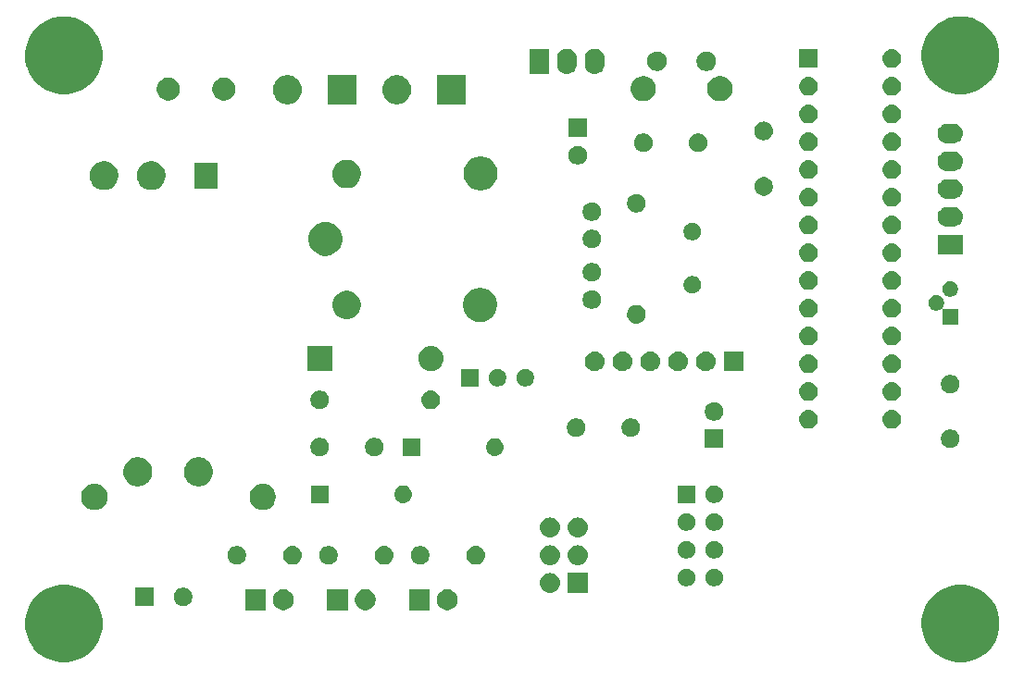
<source format=gbr>
G04 #@! TF.GenerationSoftware,KiCad,Pcbnew,6.0.0-rc1-unknown-dffa399~84~ubuntu16.04.1*
G04 #@! TF.CreationDate,2019-01-11T17:44:13+01:00
G04 #@! TF.ProjectId,atmega328,61746d65-6761-4333-9238-2e6b69636164,1*
G04 #@! TF.SameCoordinates,Original*
G04 #@! TF.FileFunction,Soldermask,Top*
G04 #@! TF.FilePolarity,Negative*
%FSLAX46Y46*%
G04 Gerber Fmt 4.6, Leading zero omitted, Abs format (unit mm)*
G04 Created by KiCad (PCBNEW 6.0.0-rc1-unknown-dffa399~84~ubuntu16.04.1) date pią, 11 sty 2019, 17:44:13*
%MOMM*%
%LPD*%
G04 APERTURE LIST*
%ADD10C,0.100000*%
G04 APERTURE END LIST*
D10*
X157635000Y-72044000D02*
G75*
G03X157635000Y-72044000I-635000J0D01*
G01*
X164635000Y-72044000D02*
G75*
G03X164635000Y-72044000I-635000J0D01*
G01*
X163194500Y-69544000D02*
G75*
G03X163194500Y-69544000I-444500J0D01*
G01*
X158694500Y-69544000D02*
G75*
G03X158694500Y-69544000I-444500J0D01*
G01*
G36*
X187035786Y-117585462D02*
G01*
X187035788Y-117585463D01*
X187035789Y-117585463D01*
X187682029Y-117853144D01*
X188255791Y-118236520D01*
X188263634Y-118241760D01*
X188758240Y-118736366D01*
X188758242Y-118736369D01*
X189146856Y-119317971D01*
X189414537Y-119964211D01*
X189414538Y-119964214D01*
X189551000Y-120650256D01*
X189551000Y-121349744D01*
X189534307Y-121433668D01*
X189414537Y-122035789D01*
X189146856Y-122682029D01*
X188806551Y-123191332D01*
X188758240Y-123263634D01*
X188263634Y-123758240D01*
X188263631Y-123758242D01*
X187682029Y-124146856D01*
X187035789Y-124414537D01*
X187035788Y-124414537D01*
X187035786Y-124414538D01*
X186349744Y-124551000D01*
X185650256Y-124551000D01*
X184964214Y-124414538D01*
X184964212Y-124414537D01*
X184964211Y-124414537D01*
X184317971Y-124146856D01*
X183736369Y-123758242D01*
X183736366Y-123758240D01*
X183241760Y-123263634D01*
X183193449Y-123191332D01*
X182853144Y-122682029D01*
X182585463Y-122035789D01*
X182465694Y-121433668D01*
X182449000Y-121349744D01*
X182449000Y-120650256D01*
X182585462Y-119964214D01*
X182585463Y-119964211D01*
X182853144Y-119317971D01*
X183241758Y-118736369D01*
X183241760Y-118736366D01*
X183736366Y-118241760D01*
X183744209Y-118236520D01*
X184317971Y-117853144D01*
X184964211Y-117585463D01*
X184964212Y-117585463D01*
X184964214Y-117585462D01*
X185650256Y-117449000D01*
X186349744Y-117449000D01*
X187035786Y-117585462D01*
X187035786Y-117585462D01*
G37*
G36*
X105035786Y-117585462D02*
G01*
X105035788Y-117585463D01*
X105035789Y-117585463D01*
X105682029Y-117853144D01*
X106255791Y-118236520D01*
X106263634Y-118241760D01*
X106758240Y-118736366D01*
X106758242Y-118736369D01*
X107146856Y-119317971D01*
X107414537Y-119964211D01*
X107414538Y-119964214D01*
X107551000Y-120650256D01*
X107551000Y-121349744D01*
X107534307Y-121433668D01*
X107414537Y-122035789D01*
X107146856Y-122682029D01*
X106806551Y-123191332D01*
X106758240Y-123263634D01*
X106263634Y-123758240D01*
X106263631Y-123758242D01*
X105682029Y-124146856D01*
X105035789Y-124414537D01*
X105035788Y-124414537D01*
X105035786Y-124414538D01*
X104349744Y-124551000D01*
X103650256Y-124551000D01*
X102964214Y-124414538D01*
X102964212Y-124414537D01*
X102964211Y-124414537D01*
X102317971Y-124146856D01*
X101736369Y-123758242D01*
X101736366Y-123758240D01*
X101241760Y-123263634D01*
X101193449Y-123191332D01*
X100853144Y-122682029D01*
X100585463Y-122035789D01*
X100465694Y-121433668D01*
X100449000Y-121349744D01*
X100449000Y-120650256D01*
X100585462Y-119964214D01*
X100585463Y-119964211D01*
X100853144Y-119317971D01*
X101241758Y-118736369D01*
X101241760Y-118736366D01*
X101736366Y-118241760D01*
X101744209Y-118236520D01*
X102317971Y-117853144D01*
X102964211Y-117585463D01*
X102964212Y-117585463D01*
X102964214Y-117585462D01*
X103650256Y-117449000D01*
X104349744Y-117449000D01*
X105035786Y-117585462D01*
X105035786Y-117585462D01*
G37*
G36*
X137488000Y-119776000D02*
G01*
X135586000Y-119776000D01*
X135586000Y-117874000D01*
X137488000Y-117874000D01*
X137488000Y-119776000D01*
X137488000Y-119776000D01*
G37*
G36*
X139354396Y-117910546D02*
G01*
X139527466Y-117982234D01*
X139683230Y-118086312D01*
X139815688Y-118218770D01*
X139919766Y-118374534D01*
X139991454Y-118547604D01*
X140028000Y-118731333D01*
X140028000Y-118918667D01*
X139991454Y-119102396D01*
X139919766Y-119275466D01*
X139815688Y-119431230D01*
X139683230Y-119563688D01*
X139527466Y-119667766D01*
X139354396Y-119739454D01*
X139170667Y-119776000D01*
X138983333Y-119776000D01*
X138799604Y-119739454D01*
X138626534Y-119667766D01*
X138470770Y-119563688D01*
X138338312Y-119431230D01*
X138234234Y-119275466D01*
X138162546Y-119102396D01*
X138126000Y-118918667D01*
X138126000Y-118731333D01*
X138162546Y-118547604D01*
X138234234Y-118374534D01*
X138338312Y-118218770D01*
X138470770Y-118086312D01*
X138626534Y-117982234D01*
X138799604Y-117910546D01*
X138983333Y-117874000D01*
X139170667Y-117874000D01*
X139354396Y-117910546D01*
X139354396Y-117910546D01*
G37*
G36*
X122488000Y-119776000D02*
G01*
X120586000Y-119776000D01*
X120586000Y-117874000D01*
X122488000Y-117874000D01*
X122488000Y-119776000D01*
X122488000Y-119776000D01*
G37*
G36*
X124354396Y-117910546D02*
G01*
X124527466Y-117982234D01*
X124683230Y-118086312D01*
X124815688Y-118218770D01*
X124919766Y-118374534D01*
X124991454Y-118547604D01*
X125028000Y-118731333D01*
X125028000Y-118918667D01*
X124991454Y-119102396D01*
X124919766Y-119275466D01*
X124815688Y-119431230D01*
X124683230Y-119563688D01*
X124527466Y-119667766D01*
X124354396Y-119739454D01*
X124170667Y-119776000D01*
X123983333Y-119776000D01*
X123799604Y-119739454D01*
X123626534Y-119667766D01*
X123470770Y-119563688D01*
X123338312Y-119431230D01*
X123234234Y-119275466D01*
X123162546Y-119102396D01*
X123126000Y-118918667D01*
X123126000Y-118731333D01*
X123162546Y-118547604D01*
X123234234Y-118374534D01*
X123338312Y-118218770D01*
X123470770Y-118086312D01*
X123626534Y-117982234D01*
X123799604Y-117910546D01*
X123983333Y-117874000D01*
X124170667Y-117874000D01*
X124354396Y-117910546D01*
X124354396Y-117910546D01*
G37*
G36*
X131854396Y-117910546D02*
G01*
X132027466Y-117982234D01*
X132183230Y-118086312D01*
X132315688Y-118218770D01*
X132419766Y-118374534D01*
X132491454Y-118547604D01*
X132528000Y-118731333D01*
X132528000Y-118918667D01*
X132491454Y-119102396D01*
X132419766Y-119275466D01*
X132315688Y-119431230D01*
X132183230Y-119563688D01*
X132027466Y-119667766D01*
X131854396Y-119739454D01*
X131670667Y-119776000D01*
X131483333Y-119776000D01*
X131299604Y-119739454D01*
X131126534Y-119667766D01*
X130970770Y-119563688D01*
X130838312Y-119431230D01*
X130734234Y-119275466D01*
X130662546Y-119102396D01*
X130626000Y-118918667D01*
X130626000Y-118731333D01*
X130662546Y-118547604D01*
X130734234Y-118374534D01*
X130838312Y-118218770D01*
X130970770Y-118086312D01*
X131126534Y-117982234D01*
X131299604Y-117910546D01*
X131483333Y-117874000D01*
X131670667Y-117874000D01*
X131854396Y-117910546D01*
X131854396Y-117910546D01*
G37*
G36*
X129988000Y-119776000D02*
G01*
X128086000Y-119776000D01*
X128086000Y-117874000D01*
X129988000Y-117874000D01*
X129988000Y-119776000D01*
X129988000Y-119776000D01*
G37*
G36*
X115150228Y-117747703D02*
G01*
X115305100Y-117811853D01*
X115444481Y-117904985D01*
X115563015Y-118023519D01*
X115656147Y-118162900D01*
X115720297Y-118317772D01*
X115753000Y-118482184D01*
X115753000Y-118649816D01*
X115720297Y-118814228D01*
X115656147Y-118969100D01*
X115563015Y-119108481D01*
X115444481Y-119227015D01*
X115305100Y-119320147D01*
X115150228Y-119384297D01*
X114985816Y-119417000D01*
X114818184Y-119417000D01*
X114653772Y-119384297D01*
X114498900Y-119320147D01*
X114359519Y-119227015D01*
X114240985Y-119108481D01*
X114147853Y-118969100D01*
X114083703Y-118814228D01*
X114051000Y-118649816D01*
X114051000Y-118482184D01*
X114083703Y-118317772D01*
X114147853Y-118162900D01*
X114240985Y-118023519D01*
X114359519Y-117904985D01*
X114498900Y-117811853D01*
X114653772Y-117747703D01*
X114818184Y-117715000D01*
X114985816Y-117715000D01*
X115150228Y-117747703D01*
X115150228Y-117747703D01*
G37*
G36*
X112253000Y-119417000D02*
G01*
X110551000Y-119417000D01*
X110551000Y-117715000D01*
X112253000Y-117715000D01*
X112253000Y-119417000D01*
X112253000Y-119417000D01*
G37*
G36*
X151914600Y-118210600D02*
G01*
X150085400Y-118210600D01*
X150085400Y-116381400D01*
X151914600Y-116381400D01*
X151914600Y-118210600D01*
X151914600Y-118210600D01*
G37*
G36*
X148639294Y-116394633D02*
G01*
X148811694Y-116446931D01*
X148811696Y-116446932D01*
X148970583Y-116531859D01*
X149109849Y-116646151D01*
X149224141Y-116785417D01*
X149309068Y-116944304D01*
X149309069Y-116944306D01*
X149361367Y-117116706D01*
X149379025Y-117296000D01*
X149361367Y-117475294D01*
X149309069Y-117647694D01*
X149309068Y-117647696D01*
X149224141Y-117806583D01*
X149109849Y-117945849D01*
X148970583Y-118060141D01*
X148811696Y-118145068D01*
X148811694Y-118145069D01*
X148639294Y-118197367D01*
X148504931Y-118210600D01*
X148415069Y-118210600D01*
X148280706Y-118197367D01*
X148108306Y-118145069D01*
X148108304Y-118145068D01*
X147949417Y-118060141D01*
X147810151Y-117945849D01*
X147695859Y-117806583D01*
X147610932Y-117647696D01*
X147610931Y-117647694D01*
X147558633Y-117475294D01*
X147540975Y-117296000D01*
X147558633Y-117116706D01*
X147610931Y-116944306D01*
X147610932Y-116944304D01*
X147695859Y-116785417D01*
X147810151Y-116646151D01*
X147949417Y-116531859D01*
X148108304Y-116446932D01*
X148108306Y-116446931D01*
X148280706Y-116394633D01*
X148415069Y-116381400D01*
X148504931Y-116381400D01*
X148639294Y-116394633D01*
X148639294Y-116394633D01*
G37*
G36*
X163709142Y-116006242D02*
G01*
X163857102Y-116067530D01*
X163990258Y-116156502D01*
X164103498Y-116269742D01*
X164192470Y-116402898D01*
X164253758Y-116550858D01*
X164285000Y-116707925D01*
X164285000Y-116868075D01*
X164253758Y-117025142D01*
X164192470Y-117173102D01*
X164103498Y-117306258D01*
X163990258Y-117419498D01*
X163857102Y-117508470D01*
X163709142Y-117569758D01*
X163552075Y-117601000D01*
X163391925Y-117601000D01*
X163234858Y-117569758D01*
X163086898Y-117508470D01*
X162953742Y-117419498D01*
X162840502Y-117306258D01*
X162751530Y-117173102D01*
X162690242Y-117025142D01*
X162659000Y-116868075D01*
X162659000Y-116707925D01*
X162690242Y-116550858D01*
X162751530Y-116402898D01*
X162840502Y-116269742D01*
X162953742Y-116156502D01*
X163086898Y-116067530D01*
X163234858Y-116006242D01*
X163391925Y-115975000D01*
X163552075Y-115975000D01*
X163709142Y-116006242D01*
X163709142Y-116006242D01*
G37*
G36*
X161169142Y-116006242D02*
G01*
X161317102Y-116067530D01*
X161450258Y-116156502D01*
X161563498Y-116269742D01*
X161652470Y-116402898D01*
X161713758Y-116550858D01*
X161745000Y-116707925D01*
X161745000Y-116868075D01*
X161713758Y-117025142D01*
X161652470Y-117173102D01*
X161563498Y-117306258D01*
X161450258Y-117419498D01*
X161317102Y-117508470D01*
X161169142Y-117569758D01*
X161012075Y-117601000D01*
X160851925Y-117601000D01*
X160694858Y-117569758D01*
X160546898Y-117508470D01*
X160413742Y-117419498D01*
X160300502Y-117306258D01*
X160211530Y-117173102D01*
X160150242Y-117025142D01*
X160119000Y-116868075D01*
X160119000Y-116707925D01*
X160150242Y-116550858D01*
X160211530Y-116402898D01*
X160300502Y-116269742D01*
X160413742Y-116156502D01*
X160546898Y-116067530D01*
X160694858Y-116006242D01*
X160851925Y-115975000D01*
X161012075Y-115975000D01*
X161169142Y-116006242D01*
X161169142Y-116006242D01*
G37*
G36*
X148639294Y-113854633D02*
G01*
X148811694Y-113906931D01*
X148811696Y-113906932D01*
X148970583Y-113991859D01*
X149109849Y-114106151D01*
X149224141Y-114245417D01*
X149281592Y-114352900D01*
X149309069Y-114404306D01*
X149361367Y-114576706D01*
X149379025Y-114756000D01*
X149361367Y-114935294D01*
X149309069Y-115107694D01*
X149309068Y-115107696D01*
X149224141Y-115266583D01*
X149109849Y-115405849D01*
X148970583Y-115520141D01*
X148869266Y-115574296D01*
X148811694Y-115605069D01*
X148639294Y-115657367D01*
X148504931Y-115670600D01*
X148415069Y-115670600D01*
X148280706Y-115657367D01*
X148108306Y-115605069D01*
X148050734Y-115574296D01*
X147949417Y-115520141D01*
X147810151Y-115405849D01*
X147695859Y-115266583D01*
X147610932Y-115107696D01*
X147610931Y-115107694D01*
X147558633Y-114935294D01*
X147540975Y-114756000D01*
X147558633Y-114576706D01*
X147610931Y-114404306D01*
X147638408Y-114352900D01*
X147695859Y-114245417D01*
X147810151Y-114106151D01*
X147949417Y-113991859D01*
X148108304Y-113906932D01*
X148108306Y-113906931D01*
X148280706Y-113854633D01*
X148415069Y-113841400D01*
X148504931Y-113841400D01*
X148639294Y-113854633D01*
X148639294Y-113854633D01*
G37*
G36*
X151179294Y-113854633D02*
G01*
X151351694Y-113906931D01*
X151351696Y-113906932D01*
X151510583Y-113991859D01*
X151649849Y-114106151D01*
X151764141Y-114245417D01*
X151821592Y-114352900D01*
X151849069Y-114404306D01*
X151901367Y-114576706D01*
X151919025Y-114756000D01*
X151901367Y-114935294D01*
X151849069Y-115107694D01*
X151849068Y-115107696D01*
X151764141Y-115266583D01*
X151649849Y-115405849D01*
X151510583Y-115520141D01*
X151409266Y-115574296D01*
X151351694Y-115605069D01*
X151179294Y-115657367D01*
X151044931Y-115670600D01*
X150955069Y-115670600D01*
X150820706Y-115657367D01*
X150648306Y-115605069D01*
X150590734Y-115574296D01*
X150489417Y-115520141D01*
X150350151Y-115405849D01*
X150235859Y-115266583D01*
X150150932Y-115107696D01*
X150150931Y-115107694D01*
X150098633Y-114935294D01*
X150080975Y-114756000D01*
X150098633Y-114576706D01*
X150150931Y-114404306D01*
X150178408Y-114352900D01*
X150235859Y-114245417D01*
X150350151Y-114106151D01*
X150489417Y-113991859D01*
X150648304Y-113906932D01*
X150648306Y-113906931D01*
X150820706Y-113854633D01*
X150955069Y-113841400D01*
X151044931Y-113841400D01*
X151179294Y-113854633D01*
X151179294Y-113854633D01*
G37*
G36*
X125062821Y-113917313D02*
G01*
X125062824Y-113917314D01*
X125062825Y-113917314D01*
X125223239Y-113965975D01*
X125223241Y-113965976D01*
X125223244Y-113965977D01*
X125371078Y-114044995D01*
X125500659Y-114151341D01*
X125607005Y-114280922D01*
X125686023Y-114428756D01*
X125686024Y-114428759D01*
X125686025Y-114428761D01*
X125730904Y-114576707D01*
X125734687Y-114589179D01*
X125751117Y-114756000D01*
X125734687Y-114922821D01*
X125734686Y-114922824D01*
X125734686Y-114922825D01*
X125702249Y-115029757D01*
X125686023Y-115083244D01*
X125607005Y-115231078D01*
X125500659Y-115360659D01*
X125371078Y-115467005D01*
X125223244Y-115546023D01*
X125223241Y-115546024D01*
X125223239Y-115546025D01*
X125062825Y-115594686D01*
X125062824Y-115594686D01*
X125062821Y-115594687D01*
X124937804Y-115607000D01*
X124854196Y-115607000D01*
X124729179Y-115594687D01*
X124729176Y-115594686D01*
X124729175Y-115594686D01*
X124568761Y-115546025D01*
X124568759Y-115546024D01*
X124568756Y-115546023D01*
X124420922Y-115467005D01*
X124291341Y-115360659D01*
X124184995Y-115231078D01*
X124105977Y-115083244D01*
X124089752Y-115029757D01*
X124057314Y-114922825D01*
X124057314Y-114922824D01*
X124057313Y-114922821D01*
X124040883Y-114756000D01*
X124057313Y-114589179D01*
X124061096Y-114576707D01*
X124105975Y-114428761D01*
X124105976Y-114428759D01*
X124105977Y-114428756D01*
X124184995Y-114280922D01*
X124291341Y-114151341D01*
X124420922Y-114044995D01*
X124568756Y-113965977D01*
X124568759Y-113965976D01*
X124568761Y-113965975D01*
X124729175Y-113917314D01*
X124729176Y-113917314D01*
X124729179Y-113917313D01*
X124854196Y-113905000D01*
X124937804Y-113905000D01*
X125062821Y-113917313D01*
X125062821Y-113917313D01*
G37*
G36*
X120064228Y-113937703D02*
G01*
X120219100Y-114001853D01*
X120358481Y-114094985D01*
X120477015Y-114213519D01*
X120570147Y-114352900D01*
X120634297Y-114507772D01*
X120667000Y-114672184D01*
X120667000Y-114839816D01*
X120634297Y-115004228D01*
X120570147Y-115159100D01*
X120477015Y-115298481D01*
X120358481Y-115417015D01*
X120219100Y-115510147D01*
X120064228Y-115574297D01*
X119899816Y-115607000D01*
X119732184Y-115607000D01*
X119567772Y-115574297D01*
X119412900Y-115510147D01*
X119273519Y-115417015D01*
X119154985Y-115298481D01*
X119061853Y-115159100D01*
X118997703Y-115004228D01*
X118965000Y-114839816D01*
X118965000Y-114672184D01*
X118997703Y-114507772D01*
X119061853Y-114352900D01*
X119154985Y-114213519D01*
X119273519Y-114094985D01*
X119412900Y-114001853D01*
X119567772Y-113937703D01*
X119732184Y-113905000D01*
X119899816Y-113905000D01*
X120064228Y-113937703D01*
X120064228Y-113937703D01*
G37*
G36*
X128446228Y-113937703D02*
G01*
X128601100Y-114001853D01*
X128740481Y-114094985D01*
X128859015Y-114213519D01*
X128952147Y-114352900D01*
X129016297Y-114507772D01*
X129049000Y-114672184D01*
X129049000Y-114839816D01*
X129016297Y-115004228D01*
X128952147Y-115159100D01*
X128859015Y-115298481D01*
X128740481Y-115417015D01*
X128601100Y-115510147D01*
X128446228Y-115574297D01*
X128281816Y-115607000D01*
X128114184Y-115607000D01*
X127949772Y-115574297D01*
X127794900Y-115510147D01*
X127655519Y-115417015D01*
X127536985Y-115298481D01*
X127443853Y-115159100D01*
X127379703Y-115004228D01*
X127347000Y-114839816D01*
X127347000Y-114672184D01*
X127379703Y-114507772D01*
X127443853Y-114352900D01*
X127536985Y-114213519D01*
X127655519Y-114094985D01*
X127794900Y-114001853D01*
X127949772Y-113937703D01*
X128114184Y-113905000D01*
X128281816Y-113905000D01*
X128446228Y-113937703D01*
X128446228Y-113937703D01*
G37*
G36*
X133444821Y-113917313D02*
G01*
X133444824Y-113917314D01*
X133444825Y-113917314D01*
X133605239Y-113965975D01*
X133605241Y-113965976D01*
X133605244Y-113965977D01*
X133753078Y-114044995D01*
X133882659Y-114151341D01*
X133989005Y-114280922D01*
X134068023Y-114428756D01*
X134068024Y-114428759D01*
X134068025Y-114428761D01*
X134112904Y-114576707D01*
X134116687Y-114589179D01*
X134133117Y-114756000D01*
X134116687Y-114922821D01*
X134116686Y-114922824D01*
X134116686Y-114922825D01*
X134084249Y-115029757D01*
X134068023Y-115083244D01*
X133989005Y-115231078D01*
X133882659Y-115360659D01*
X133753078Y-115467005D01*
X133605244Y-115546023D01*
X133605241Y-115546024D01*
X133605239Y-115546025D01*
X133444825Y-115594686D01*
X133444824Y-115594686D01*
X133444821Y-115594687D01*
X133319804Y-115607000D01*
X133236196Y-115607000D01*
X133111179Y-115594687D01*
X133111176Y-115594686D01*
X133111175Y-115594686D01*
X132950761Y-115546025D01*
X132950759Y-115546024D01*
X132950756Y-115546023D01*
X132802922Y-115467005D01*
X132673341Y-115360659D01*
X132566995Y-115231078D01*
X132487977Y-115083244D01*
X132471752Y-115029757D01*
X132439314Y-114922825D01*
X132439314Y-114922824D01*
X132439313Y-114922821D01*
X132422883Y-114756000D01*
X132439313Y-114589179D01*
X132443096Y-114576707D01*
X132487975Y-114428761D01*
X132487976Y-114428759D01*
X132487977Y-114428756D01*
X132566995Y-114280922D01*
X132673341Y-114151341D01*
X132802922Y-114044995D01*
X132950756Y-113965977D01*
X132950759Y-113965976D01*
X132950761Y-113965975D01*
X133111175Y-113917314D01*
X133111176Y-113917314D01*
X133111179Y-113917313D01*
X133236196Y-113905000D01*
X133319804Y-113905000D01*
X133444821Y-113917313D01*
X133444821Y-113917313D01*
G37*
G36*
X141826821Y-113917313D02*
G01*
X141826824Y-113917314D01*
X141826825Y-113917314D01*
X141987239Y-113965975D01*
X141987241Y-113965976D01*
X141987244Y-113965977D01*
X142135078Y-114044995D01*
X142264659Y-114151341D01*
X142371005Y-114280922D01*
X142450023Y-114428756D01*
X142450024Y-114428759D01*
X142450025Y-114428761D01*
X142494904Y-114576707D01*
X142498687Y-114589179D01*
X142515117Y-114756000D01*
X142498687Y-114922821D01*
X142498686Y-114922824D01*
X142498686Y-114922825D01*
X142466249Y-115029757D01*
X142450023Y-115083244D01*
X142371005Y-115231078D01*
X142264659Y-115360659D01*
X142135078Y-115467005D01*
X141987244Y-115546023D01*
X141987241Y-115546024D01*
X141987239Y-115546025D01*
X141826825Y-115594686D01*
X141826824Y-115594686D01*
X141826821Y-115594687D01*
X141701804Y-115607000D01*
X141618196Y-115607000D01*
X141493179Y-115594687D01*
X141493176Y-115594686D01*
X141493175Y-115594686D01*
X141332761Y-115546025D01*
X141332759Y-115546024D01*
X141332756Y-115546023D01*
X141184922Y-115467005D01*
X141055341Y-115360659D01*
X140948995Y-115231078D01*
X140869977Y-115083244D01*
X140853752Y-115029757D01*
X140821314Y-114922825D01*
X140821314Y-114922824D01*
X140821313Y-114922821D01*
X140804883Y-114756000D01*
X140821313Y-114589179D01*
X140825096Y-114576707D01*
X140869975Y-114428761D01*
X140869976Y-114428759D01*
X140869977Y-114428756D01*
X140948995Y-114280922D01*
X141055341Y-114151341D01*
X141184922Y-114044995D01*
X141332756Y-113965977D01*
X141332759Y-113965976D01*
X141332761Y-113965975D01*
X141493175Y-113917314D01*
X141493176Y-113917314D01*
X141493179Y-113917313D01*
X141618196Y-113905000D01*
X141701804Y-113905000D01*
X141826821Y-113917313D01*
X141826821Y-113917313D01*
G37*
G36*
X136828228Y-113937703D02*
G01*
X136983100Y-114001853D01*
X137122481Y-114094985D01*
X137241015Y-114213519D01*
X137334147Y-114352900D01*
X137398297Y-114507772D01*
X137431000Y-114672184D01*
X137431000Y-114839816D01*
X137398297Y-115004228D01*
X137334147Y-115159100D01*
X137241015Y-115298481D01*
X137122481Y-115417015D01*
X136983100Y-115510147D01*
X136828228Y-115574297D01*
X136663816Y-115607000D01*
X136496184Y-115607000D01*
X136331772Y-115574297D01*
X136176900Y-115510147D01*
X136037519Y-115417015D01*
X135918985Y-115298481D01*
X135825853Y-115159100D01*
X135761703Y-115004228D01*
X135729000Y-114839816D01*
X135729000Y-114672184D01*
X135761703Y-114507772D01*
X135825853Y-114352900D01*
X135918985Y-114213519D01*
X136037519Y-114094985D01*
X136176900Y-114001853D01*
X136331772Y-113937703D01*
X136496184Y-113905000D01*
X136663816Y-113905000D01*
X136828228Y-113937703D01*
X136828228Y-113937703D01*
G37*
G36*
X161169142Y-113466242D02*
G01*
X161317102Y-113527530D01*
X161450258Y-113616502D01*
X161563498Y-113729742D01*
X161652470Y-113862898D01*
X161713758Y-114010858D01*
X161745000Y-114167925D01*
X161745000Y-114328075D01*
X161713758Y-114485142D01*
X161652470Y-114633102D01*
X161563498Y-114766258D01*
X161450258Y-114879498D01*
X161317102Y-114968470D01*
X161169142Y-115029758D01*
X161012075Y-115061000D01*
X160851925Y-115061000D01*
X160694858Y-115029758D01*
X160546898Y-114968470D01*
X160413742Y-114879498D01*
X160300502Y-114766258D01*
X160211530Y-114633102D01*
X160150242Y-114485142D01*
X160119000Y-114328075D01*
X160119000Y-114167925D01*
X160150242Y-114010858D01*
X160211530Y-113862898D01*
X160300502Y-113729742D01*
X160413742Y-113616502D01*
X160546898Y-113527530D01*
X160694858Y-113466242D01*
X160851925Y-113435000D01*
X161012075Y-113435000D01*
X161169142Y-113466242D01*
X161169142Y-113466242D01*
G37*
G36*
X163709142Y-113466242D02*
G01*
X163857102Y-113527530D01*
X163990258Y-113616502D01*
X164103498Y-113729742D01*
X164192470Y-113862898D01*
X164253758Y-114010858D01*
X164285000Y-114167925D01*
X164285000Y-114328075D01*
X164253758Y-114485142D01*
X164192470Y-114633102D01*
X164103498Y-114766258D01*
X163990258Y-114879498D01*
X163857102Y-114968470D01*
X163709142Y-115029758D01*
X163552075Y-115061000D01*
X163391925Y-115061000D01*
X163234858Y-115029758D01*
X163086898Y-114968470D01*
X162953742Y-114879498D01*
X162840502Y-114766258D01*
X162751530Y-114633102D01*
X162690242Y-114485142D01*
X162659000Y-114328075D01*
X162659000Y-114167925D01*
X162690242Y-114010858D01*
X162751530Y-113862898D01*
X162840502Y-113729742D01*
X162953742Y-113616502D01*
X163086898Y-113527530D01*
X163234858Y-113466242D01*
X163391925Y-113435000D01*
X163552075Y-113435000D01*
X163709142Y-113466242D01*
X163709142Y-113466242D01*
G37*
G36*
X151179294Y-111314633D02*
G01*
X151351694Y-111366931D01*
X151351696Y-111366932D01*
X151510583Y-111451859D01*
X151649849Y-111566151D01*
X151764141Y-111705417D01*
X151849068Y-111864304D01*
X151849069Y-111864306D01*
X151901367Y-112036706D01*
X151919025Y-112216000D01*
X151901367Y-112395294D01*
X151849069Y-112567694D01*
X151849068Y-112567696D01*
X151764141Y-112726583D01*
X151649849Y-112865849D01*
X151510583Y-112980141D01*
X151351696Y-113065068D01*
X151351694Y-113065069D01*
X151179294Y-113117367D01*
X151044931Y-113130600D01*
X150955069Y-113130600D01*
X150820706Y-113117367D01*
X150648306Y-113065069D01*
X150648304Y-113065068D01*
X150489417Y-112980141D01*
X150350151Y-112865849D01*
X150235859Y-112726583D01*
X150150932Y-112567696D01*
X150150931Y-112567694D01*
X150098633Y-112395294D01*
X150080975Y-112216000D01*
X150098633Y-112036706D01*
X150150931Y-111864306D01*
X150150932Y-111864304D01*
X150235859Y-111705417D01*
X150350151Y-111566151D01*
X150489417Y-111451859D01*
X150648304Y-111366932D01*
X150648306Y-111366931D01*
X150820706Y-111314633D01*
X150955069Y-111301400D01*
X151044931Y-111301400D01*
X151179294Y-111314633D01*
X151179294Y-111314633D01*
G37*
G36*
X148639294Y-111314633D02*
G01*
X148811694Y-111366931D01*
X148811696Y-111366932D01*
X148970583Y-111451859D01*
X149109849Y-111566151D01*
X149224141Y-111705417D01*
X149309068Y-111864304D01*
X149309069Y-111864306D01*
X149361367Y-112036706D01*
X149379025Y-112216000D01*
X149361367Y-112395294D01*
X149309069Y-112567694D01*
X149309068Y-112567696D01*
X149224141Y-112726583D01*
X149109849Y-112865849D01*
X148970583Y-112980141D01*
X148811696Y-113065068D01*
X148811694Y-113065069D01*
X148639294Y-113117367D01*
X148504931Y-113130600D01*
X148415069Y-113130600D01*
X148280706Y-113117367D01*
X148108306Y-113065069D01*
X148108304Y-113065068D01*
X147949417Y-112980141D01*
X147810151Y-112865849D01*
X147695859Y-112726583D01*
X147610932Y-112567696D01*
X147610931Y-112567694D01*
X147558633Y-112395294D01*
X147540975Y-112216000D01*
X147558633Y-112036706D01*
X147610931Y-111864306D01*
X147610932Y-111864304D01*
X147695859Y-111705417D01*
X147810151Y-111566151D01*
X147949417Y-111451859D01*
X148108304Y-111366932D01*
X148108306Y-111366931D01*
X148280706Y-111314633D01*
X148415069Y-111301400D01*
X148504931Y-111301400D01*
X148639294Y-111314633D01*
X148639294Y-111314633D01*
G37*
G36*
X163709142Y-110926242D02*
G01*
X163857102Y-110987530D01*
X163990258Y-111076502D01*
X164103498Y-111189742D01*
X164192470Y-111322898D01*
X164253758Y-111470858D01*
X164285000Y-111627925D01*
X164285000Y-111788075D01*
X164253758Y-111945142D01*
X164192470Y-112093102D01*
X164103498Y-112226258D01*
X163990258Y-112339498D01*
X163857102Y-112428470D01*
X163709142Y-112489758D01*
X163552075Y-112521000D01*
X163391925Y-112521000D01*
X163234858Y-112489758D01*
X163086898Y-112428470D01*
X162953742Y-112339498D01*
X162840502Y-112226258D01*
X162751530Y-112093102D01*
X162690242Y-111945142D01*
X162659000Y-111788075D01*
X162659000Y-111627925D01*
X162690242Y-111470858D01*
X162751530Y-111322898D01*
X162840502Y-111189742D01*
X162953742Y-111076502D01*
X163086898Y-110987530D01*
X163234858Y-110926242D01*
X163391925Y-110895000D01*
X163552075Y-110895000D01*
X163709142Y-110926242D01*
X163709142Y-110926242D01*
G37*
G36*
X161169142Y-110926242D02*
G01*
X161317102Y-110987530D01*
X161450258Y-111076502D01*
X161563498Y-111189742D01*
X161652470Y-111322898D01*
X161713758Y-111470858D01*
X161745000Y-111627925D01*
X161745000Y-111788075D01*
X161713758Y-111945142D01*
X161652470Y-112093102D01*
X161563498Y-112226258D01*
X161450258Y-112339498D01*
X161317102Y-112428470D01*
X161169142Y-112489758D01*
X161012075Y-112521000D01*
X160851925Y-112521000D01*
X160694858Y-112489758D01*
X160546898Y-112428470D01*
X160413742Y-112339498D01*
X160300502Y-112226258D01*
X160211530Y-112093102D01*
X160150242Y-111945142D01*
X160119000Y-111788075D01*
X160119000Y-111627925D01*
X160150242Y-111470858D01*
X160211530Y-111322898D01*
X160300502Y-111189742D01*
X160413742Y-111076502D01*
X160546898Y-110987530D01*
X160694858Y-110926242D01*
X160851925Y-110895000D01*
X161012075Y-110895000D01*
X161169142Y-110926242D01*
X161169142Y-110926242D01*
G37*
G36*
X122550316Y-108245153D02*
G01*
X122550318Y-108245154D01*
X122550319Y-108245154D01*
X122631056Y-108278597D01*
X122768888Y-108335688D01*
X122850523Y-108390235D01*
X122965593Y-108467122D01*
X123132878Y-108634407D01*
X123143124Y-108649742D01*
X123264312Y-108831112D01*
X123354847Y-109049684D01*
X123401000Y-109281710D01*
X123401000Y-109518290D01*
X123354847Y-109750316D01*
X123264312Y-109968888D01*
X123198371Y-110067576D01*
X123132878Y-110165593D01*
X122965593Y-110332878D01*
X122867576Y-110398371D01*
X122768888Y-110464312D01*
X122631056Y-110521403D01*
X122550319Y-110554846D01*
X122550318Y-110554846D01*
X122550316Y-110554847D01*
X122318290Y-110601000D01*
X122081710Y-110601000D01*
X121849684Y-110554847D01*
X121849682Y-110554846D01*
X121849681Y-110554846D01*
X121768944Y-110521403D01*
X121631112Y-110464312D01*
X121532424Y-110398371D01*
X121434407Y-110332878D01*
X121267122Y-110165593D01*
X121201629Y-110067576D01*
X121135688Y-109968888D01*
X121045153Y-109750316D01*
X120999000Y-109518290D01*
X120999000Y-109281710D01*
X121045153Y-109049684D01*
X121135688Y-108831112D01*
X121256876Y-108649742D01*
X121267122Y-108634407D01*
X121434407Y-108467122D01*
X121549477Y-108390235D01*
X121631112Y-108335688D01*
X121768944Y-108278597D01*
X121849681Y-108245154D01*
X121849682Y-108245154D01*
X121849684Y-108245153D01*
X122081710Y-108199000D01*
X122318290Y-108199000D01*
X122550316Y-108245153D01*
X122550316Y-108245153D01*
G37*
G36*
X107150316Y-108245153D02*
G01*
X107150318Y-108245154D01*
X107150319Y-108245154D01*
X107231056Y-108278597D01*
X107368888Y-108335688D01*
X107450523Y-108390235D01*
X107565593Y-108467122D01*
X107732878Y-108634407D01*
X107743124Y-108649742D01*
X107864312Y-108831112D01*
X107954847Y-109049684D01*
X108001000Y-109281710D01*
X108001000Y-109518290D01*
X107954847Y-109750316D01*
X107864312Y-109968888D01*
X107798371Y-110067576D01*
X107732878Y-110165593D01*
X107565593Y-110332878D01*
X107467576Y-110398371D01*
X107368888Y-110464312D01*
X107231056Y-110521403D01*
X107150319Y-110554846D01*
X107150318Y-110554846D01*
X107150316Y-110554847D01*
X106918290Y-110601000D01*
X106681710Y-110601000D01*
X106449684Y-110554847D01*
X106449682Y-110554846D01*
X106449681Y-110554846D01*
X106368944Y-110521403D01*
X106231112Y-110464312D01*
X106132424Y-110398371D01*
X106034407Y-110332878D01*
X105867122Y-110165593D01*
X105801629Y-110067576D01*
X105735688Y-109968888D01*
X105645153Y-109750316D01*
X105599000Y-109518290D01*
X105599000Y-109281710D01*
X105645153Y-109049684D01*
X105735688Y-108831112D01*
X105856876Y-108649742D01*
X105867122Y-108634407D01*
X106034407Y-108467122D01*
X106149477Y-108390235D01*
X106231112Y-108335688D01*
X106368944Y-108278597D01*
X106449681Y-108245154D01*
X106449682Y-108245154D01*
X106449684Y-108245153D01*
X106681710Y-108199000D01*
X106918290Y-108199000D01*
X107150316Y-108245153D01*
X107150316Y-108245153D01*
G37*
G36*
X163709142Y-108386242D02*
G01*
X163801243Y-108424392D01*
X163841338Y-108441000D01*
X163857102Y-108447530D01*
X163990258Y-108536502D01*
X164103498Y-108649742D01*
X164192470Y-108782898D01*
X164253758Y-108930858D01*
X164285000Y-109087925D01*
X164285000Y-109248075D01*
X164253758Y-109405142D01*
X164192470Y-109553102D01*
X164103498Y-109686258D01*
X163990258Y-109799498D01*
X163857102Y-109888470D01*
X163709142Y-109949758D01*
X163552075Y-109981000D01*
X163391925Y-109981000D01*
X163234858Y-109949758D01*
X163086898Y-109888470D01*
X162953742Y-109799498D01*
X162840502Y-109686258D01*
X162751530Y-109553102D01*
X162690242Y-109405142D01*
X162659000Y-109248075D01*
X162659000Y-109087925D01*
X162690242Y-108930858D01*
X162751530Y-108782898D01*
X162840502Y-108649742D01*
X162953742Y-108536502D01*
X163086898Y-108447530D01*
X163102663Y-108441000D01*
X163142757Y-108424392D01*
X163234858Y-108386242D01*
X163391925Y-108355000D01*
X163552075Y-108355000D01*
X163709142Y-108386242D01*
X163709142Y-108386242D01*
G37*
G36*
X161745000Y-109981000D02*
G01*
X160119000Y-109981000D01*
X160119000Y-108355000D01*
X161745000Y-108355000D01*
X161745000Y-109981000D01*
X161745000Y-109981000D01*
G37*
G36*
X135181025Y-108378590D02*
G01*
X135332012Y-108424392D01*
X135471165Y-108498770D01*
X135593133Y-108598867D01*
X135693230Y-108720835D01*
X135767608Y-108859988D01*
X135813410Y-109010975D01*
X135828875Y-109168000D01*
X135813410Y-109325025D01*
X135767608Y-109476012D01*
X135693230Y-109615165D01*
X135593133Y-109737133D01*
X135471165Y-109837230D01*
X135332012Y-109911608D01*
X135181025Y-109957410D01*
X135063346Y-109969000D01*
X134984654Y-109969000D01*
X134866975Y-109957410D01*
X134715988Y-109911608D01*
X134576835Y-109837230D01*
X134454867Y-109737133D01*
X134354770Y-109615165D01*
X134280392Y-109476012D01*
X134234590Y-109325025D01*
X134219125Y-109168000D01*
X134234590Y-109010975D01*
X134280392Y-108859988D01*
X134354770Y-108720835D01*
X134454867Y-108598867D01*
X134576835Y-108498770D01*
X134715988Y-108424392D01*
X134866975Y-108378590D01*
X134984654Y-108367000D01*
X135063346Y-108367000D01*
X135181025Y-108378590D01*
X135181025Y-108378590D01*
G37*
G36*
X128205000Y-109969000D02*
G01*
X126603000Y-109969000D01*
X126603000Y-108367000D01*
X128205000Y-108367000D01*
X128205000Y-109969000D01*
X128205000Y-109969000D01*
G37*
G36*
X116620250Y-105832843D02*
G01*
X116705322Y-105849765D01*
X116775735Y-105878931D01*
X116945728Y-105949344D01*
X117162092Y-106093914D01*
X117346086Y-106277908D01*
X117490656Y-106494272D01*
X117590235Y-106734679D01*
X117641000Y-106989891D01*
X117641000Y-107250109D01*
X117590235Y-107505321D01*
X117490656Y-107745728D01*
X117346086Y-107962092D01*
X117162092Y-108146086D01*
X116945728Y-108290656D01*
X116775735Y-108361069D01*
X116705322Y-108390235D01*
X116620250Y-108407157D01*
X116450109Y-108441000D01*
X116189891Y-108441000D01*
X116019750Y-108407157D01*
X115934678Y-108390235D01*
X115864265Y-108361069D01*
X115694272Y-108290656D01*
X115477908Y-108146086D01*
X115293914Y-107962092D01*
X115149344Y-107745728D01*
X115049765Y-107505321D01*
X114999000Y-107250109D01*
X114999000Y-106989891D01*
X115049765Y-106734679D01*
X115149344Y-106494272D01*
X115293914Y-106277908D01*
X115477908Y-106093914D01*
X115694272Y-105949344D01*
X115864265Y-105878931D01*
X115934678Y-105849765D01*
X116019750Y-105832843D01*
X116189891Y-105799000D01*
X116450109Y-105799000D01*
X116620250Y-105832843D01*
X116620250Y-105832843D01*
G37*
G36*
X111070250Y-105832843D02*
G01*
X111155322Y-105849765D01*
X111225735Y-105878931D01*
X111395728Y-105949344D01*
X111612092Y-106093914D01*
X111796086Y-106277908D01*
X111940656Y-106494272D01*
X112040235Y-106734679D01*
X112091000Y-106989891D01*
X112091000Y-107250109D01*
X112040235Y-107505321D01*
X111940656Y-107745728D01*
X111796086Y-107962092D01*
X111612092Y-108146086D01*
X111395728Y-108290656D01*
X111225735Y-108361069D01*
X111155322Y-108390235D01*
X111070250Y-108407157D01*
X110900109Y-108441000D01*
X110639891Y-108441000D01*
X110469750Y-108407157D01*
X110384678Y-108390235D01*
X110314265Y-108361069D01*
X110144272Y-108290656D01*
X109927908Y-108146086D01*
X109743914Y-107962092D01*
X109599344Y-107745728D01*
X109499765Y-107505321D01*
X109449000Y-107250109D01*
X109449000Y-106989891D01*
X109499765Y-106734679D01*
X109599344Y-106494272D01*
X109743914Y-106277908D01*
X109927908Y-106093914D01*
X110144272Y-105949344D01*
X110314265Y-105878931D01*
X110384678Y-105849765D01*
X110469750Y-105832843D01*
X110639891Y-105799000D01*
X110900109Y-105799000D01*
X111070250Y-105832843D01*
X111070250Y-105832843D01*
G37*
G36*
X127652228Y-104031703D02*
G01*
X127807100Y-104095853D01*
X127946481Y-104188985D01*
X128065015Y-104307519D01*
X128158147Y-104446900D01*
X128222297Y-104601772D01*
X128255000Y-104766184D01*
X128255000Y-104933816D01*
X128222297Y-105098228D01*
X128158147Y-105253100D01*
X128065015Y-105392481D01*
X127946481Y-105511015D01*
X127807100Y-105604147D01*
X127652228Y-105668297D01*
X127487816Y-105701000D01*
X127320184Y-105701000D01*
X127155772Y-105668297D01*
X127000900Y-105604147D01*
X126861519Y-105511015D01*
X126742985Y-105392481D01*
X126649853Y-105253100D01*
X126585703Y-105098228D01*
X126553000Y-104933816D01*
X126553000Y-104766184D01*
X126585703Y-104601772D01*
X126649853Y-104446900D01*
X126742985Y-104307519D01*
X126861519Y-104188985D01*
X127000900Y-104095853D01*
X127155772Y-104031703D01*
X127320184Y-103999000D01*
X127487816Y-103999000D01*
X127652228Y-104031703D01*
X127652228Y-104031703D01*
G37*
G36*
X132652228Y-104031703D02*
G01*
X132807100Y-104095853D01*
X132946481Y-104188985D01*
X133065015Y-104307519D01*
X133158147Y-104446900D01*
X133222297Y-104601772D01*
X133255000Y-104766184D01*
X133255000Y-104933816D01*
X133222297Y-105098228D01*
X133158147Y-105253100D01*
X133065015Y-105392481D01*
X132946481Y-105511015D01*
X132807100Y-105604147D01*
X132652228Y-105668297D01*
X132487816Y-105701000D01*
X132320184Y-105701000D01*
X132155772Y-105668297D01*
X132000900Y-105604147D01*
X131861519Y-105511015D01*
X131742985Y-105392481D01*
X131649853Y-105253100D01*
X131585703Y-105098228D01*
X131553000Y-104933816D01*
X131553000Y-104766184D01*
X131585703Y-104601772D01*
X131649853Y-104446900D01*
X131742985Y-104307519D01*
X131861519Y-104188985D01*
X132000900Y-104095853D01*
X132155772Y-104031703D01*
X132320184Y-103999000D01*
X132487816Y-103999000D01*
X132652228Y-104031703D01*
X132652228Y-104031703D01*
G37*
G36*
X143563025Y-104060590D02*
G01*
X143714012Y-104106392D01*
X143853165Y-104180770D01*
X143975133Y-104280867D01*
X144075230Y-104402835D01*
X144149608Y-104541988D01*
X144195410Y-104692975D01*
X144210875Y-104850000D01*
X144195410Y-105007025D01*
X144149608Y-105158012D01*
X144075230Y-105297165D01*
X143975133Y-105419133D01*
X143853165Y-105519230D01*
X143714012Y-105593608D01*
X143563025Y-105639410D01*
X143445346Y-105651000D01*
X143366654Y-105651000D01*
X143248975Y-105639410D01*
X143097988Y-105593608D01*
X142958835Y-105519230D01*
X142836867Y-105419133D01*
X142736770Y-105297165D01*
X142662392Y-105158012D01*
X142616590Y-105007025D01*
X142601125Y-104850000D01*
X142616590Y-104692975D01*
X142662392Y-104541988D01*
X142736770Y-104402835D01*
X142836867Y-104280867D01*
X142958835Y-104180770D01*
X143097988Y-104106392D01*
X143248975Y-104060590D01*
X143366654Y-104049000D01*
X143445346Y-104049000D01*
X143563025Y-104060590D01*
X143563025Y-104060590D01*
G37*
G36*
X136587000Y-105651000D02*
G01*
X134985000Y-105651000D01*
X134985000Y-104049000D01*
X136587000Y-104049000D01*
X136587000Y-105651000D01*
X136587000Y-105651000D01*
G37*
G36*
X185310228Y-103269703D02*
G01*
X185465100Y-103333853D01*
X185604481Y-103426985D01*
X185723015Y-103545519D01*
X185816147Y-103684900D01*
X185880297Y-103839772D01*
X185913000Y-104004184D01*
X185913000Y-104171816D01*
X185880297Y-104336228D01*
X185816147Y-104491100D01*
X185723015Y-104630481D01*
X185604481Y-104749015D01*
X185465100Y-104842147D01*
X185310228Y-104906297D01*
X185145816Y-104939000D01*
X184978184Y-104939000D01*
X184813772Y-104906297D01*
X184658900Y-104842147D01*
X184519519Y-104749015D01*
X184400985Y-104630481D01*
X184307853Y-104491100D01*
X184243703Y-104336228D01*
X184211000Y-104171816D01*
X184211000Y-104004184D01*
X184243703Y-103839772D01*
X184307853Y-103684900D01*
X184400985Y-103545519D01*
X184519519Y-103426985D01*
X184658900Y-103333853D01*
X184813772Y-103269703D01*
X184978184Y-103237000D01*
X185145816Y-103237000D01*
X185310228Y-103269703D01*
X185310228Y-103269703D01*
G37*
G36*
X164323000Y-104939000D02*
G01*
X162621000Y-104939000D01*
X162621000Y-103237000D01*
X164323000Y-103237000D01*
X164323000Y-104939000D01*
X164323000Y-104939000D01*
G37*
G36*
X151100228Y-102253703D02*
G01*
X151255100Y-102317853D01*
X151394481Y-102410985D01*
X151513015Y-102529519D01*
X151606147Y-102668900D01*
X151670297Y-102823772D01*
X151703000Y-102988184D01*
X151703000Y-103155816D01*
X151670297Y-103320228D01*
X151606147Y-103475100D01*
X151513015Y-103614481D01*
X151394481Y-103733015D01*
X151255100Y-103826147D01*
X151100228Y-103890297D01*
X150935816Y-103923000D01*
X150768184Y-103923000D01*
X150603772Y-103890297D01*
X150448900Y-103826147D01*
X150309519Y-103733015D01*
X150190985Y-103614481D01*
X150097853Y-103475100D01*
X150033703Y-103320228D01*
X150001000Y-103155816D01*
X150001000Y-102988184D01*
X150033703Y-102823772D01*
X150097853Y-102668900D01*
X150190985Y-102529519D01*
X150309519Y-102410985D01*
X150448900Y-102317853D01*
X150603772Y-102253703D01*
X150768184Y-102221000D01*
X150935816Y-102221000D01*
X151100228Y-102253703D01*
X151100228Y-102253703D01*
G37*
G36*
X156100228Y-102253703D02*
G01*
X156255100Y-102317853D01*
X156394481Y-102410985D01*
X156513015Y-102529519D01*
X156606147Y-102668900D01*
X156670297Y-102823772D01*
X156703000Y-102988184D01*
X156703000Y-103155816D01*
X156670297Y-103320228D01*
X156606147Y-103475100D01*
X156513015Y-103614481D01*
X156394481Y-103733015D01*
X156255100Y-103826147D01*
X156100228Y-103890297D01*
X155935816Y-103923000D01*
X155768184Y-103923000D01*
X155603772Y-103890297D01*
X155448900Y-103826147D01*
X155309519Y-103733015D01*
X155190985Y-103614481D01*
X155097853Y-103475100D01*
X155033703Y-103320228D01*
X155001000Y-103155816D01*
X155001000Y-102988184D01*
X155033703Y-102823772D01*
X155097853Y-102668900D01*
X155190985Y-102529519D01*
X155309519Y-102410985D01*
X155448900Y-102317853D01*
X155603772Y-102253703D01*
X155768184Y-102221000D01*
X155935816Y-102221000D01*
X156100228Y-102253703D01*
X156100228Y-102253703D01*
G37*
G36*
X179894821Y-101471313D02*
G01*
X179894824Y-101471314D01*
X179894825Y-101471314D01*
X180055239Y-101519975D01*
X180055241Y-101519976D01*
X180055244Y-101519977D01*
X180203078Y-101598995D01*
X180332659Y-101705341D01*
X180439005Y-101834922D01*
X180518023Y-101982756D01*
X180518024Y-101982759D01*
X180518025Y-101982761D01*
X180562835Y-102130481D01*
X180566687Y-102143179D01*
X180583117Y-102310000D01*
X180566687Y-102476821D01*
X180518023Y-102637244D01*
X180439005Y-102785078D01*
X180332659Y-102914659D01*
X180203078Y-103021005D01*
X180055244Y-103100023D01*
X180055241Y-103100024D01*
X180055239Y-103100025D01*
X179894825Y-103148686D01*
X179894824Y-103148686D01*
X179894821Y-103148687D01*
X179769804Y-103161000D01*
X179686196Y-103161000D01*
X179561179Y-103148687D01*
X179561176Y-103148686D01*
X179561175Y-103148686D01*
X179400761Y-103100025D01*
X179400759Y-103100024D01*
X179400756Y-103100023D01*
X179252922Y-103021005D01*
X179123341Y-102914659D01*
X179016995Y-102785078D01*
X178937977Y-102637244D01*
X178889313Y-102476821D01*
X178872883Y-102310000D01*
X178889313Y-102143179D01*
X178893165Y-102130481D01*
X178937975Y-101982761D01*
X178937976Y-101982759D01*
X178937977Y-101982756D01*
X179016995Y-101834922D01*
X179123341Y-101705341D01*
X179252922Y-101598995D01*
X179400756Y-101519977D01*
X179400759Y-101519976D01*
X179400761Y-101519975D01*
X179561175Y-101471314D01*
X179561176Y-101471314D01*
X179561179Y-101471313D01*
X179686196Y-101459000D01*
X179769804Y-101459000D01*
X179894821Y-101471313D01*
X179894821Y-101471313D01*
G37*
G36*
X172274821Y-101471313D02*
G01*
X172274824Y-101471314D01*
X172274825Y-101471314D01*
X172435239Y-101519975D01*
X172435241Y-101519976D01*
X172435244Y-101519977D01*
X172583078Y-101598995D01*
X172712659Y-101705341D01*
X172819005Y-101834922D01*
X172898023Y-101982756D01*
X172898024Y-101982759D01*
X172898025Y-101982761D01*
X172942835Y-102130481D01*
X172946687Y-102143179D01*
X172963117Y-102310000D01*
X172946687Y-102476821D01*
X172898023Y-102637244D01*
X172819005Y-102785078D01*
X172712659Y-102914659D01*
X172583078Y-103021005D01*
X172435244Y-103100023D01*
X172435241Y-103100024D01*
X172435239Y-103100025D01*
X172274825Y-103148686D01*
X172274824Y-103148686D01*
X172274821Y-103148687D01*
X172149804Y-103161000D01*
X172066196Y-103161000D01*
X171941179Y-103148687D01*
X171941176Y-103148686D01*
X171941175Y-103148686D01*
X171780761Y-103100025D01*
X171780759Y-103100024D01*
X171780756Y-103100023D01*
X171632922Y-103021005D01*
X171503341Y-102914659D01*
X171396995Y-102785078D01*
X171317977Y-102637244D01*
X171269313Y-102476821D01*
X171252883Y-102310000D01*
X171269313Y-102143179D01*
X171273165Y-102130481D01*
X171317975Y-101982761D01*
X171317976Y-101982759D01*
X171317977Y-101982756D01*
X171396995Y-101834922D01*
X171503341Y-101705341D01*
X171632922Y-101598995D01*
X171780756Y-101519977D01*
X171780759Y-101519976D01*
X171780761Y-101519975D01*
X171941175Y-101471314D01*
X171941176Y-101471314D01*
X171941179Y-101471313D01*
X172066196Y-101459000D01*
X172149804Y-101459000D01*
X172274821Y-101471313D01*
X172274821Y-101471313D01*
G37*
G36*
X163720228Y-100769703D02*
G01*
X163875100Y-100833853D01*
X164014481Y-100926985D01*
X164133015Y-101045519D01*
X164226147Y-101184900D01*
X164290297Y-101339772D01*
X164323000Y-101504184D01*
X164323000Y-101671816D01*
X164290297Y-101836228D01*
X164226147Y-101991100D01*
X164133015Y-102130481D01*
X164014481Y-102249015D01*
X163875100Y-102342147D01*
X163720228Y-102406297D01*
X163555816Y-102439000D01*
X163388184Y-102439000D01*
X163223772Y-102406297D01*
X163068900Y-102342147D01*
X162929519Y-102249015D01*
X162810985Y-102130481D01*
X162717853Y-101991100D01*
X162653703Y-101836228D01*
X162621000Y-101671816D01*
X162621000Y-101504184D01*
X162653703Y-101339772D01*
X162717853Y-101184900D01*
X162810985Y-101045519D01*
X162929519Y-100926985D01*
X163068900Y-100833853D01*
X163223772Y-100769703D01*
X163388184Y-100737000D01*
X163555816Y-100737000D01*
X163720228Y-100769703D01*
X163720228Y-100769703D01*
G37*
G36*
X137730821Y-99693313D02*
G01*
X137730824Y-99693314D01*
X137730825Y-99693314D01*
X137891239Y-99741975D01*
X137891241Y-99741976D01*
X137891244Y-99741977D01*
X138039078Y-99820995D01*
X138168659Y-99927341D01*
X138275005Y-100056922D01*
X138354023Y-100204756D01*
X138354024Y-100204759D01*
X138354025Y-100204761D01*
X138402686Y-100365175D01*
X138402687Y-100365179D01*
X138419117Y-100532000D01*
X138402687Y-100698821D01*
X138402686Y-100698824D01*
X138402686Y-100698825D01*
X138361726Y-100833853D01*
X138354023Y-100859244D01*
X138275005Y-101007078D01*
X138168659Y-101136659D01*
X138039078Y-101243005D01*
X137891244Y-101322023D01*
X137891241Y-101322024D01*
X137891239Y-101322025D01*
X137730825Y-101370686D01*
X137730824Y-101370686D01*
X137730821Y-101370687D01*
X137605804Y-101383000D01*
X137522196Y-101383000D01*
X137397179Y-101370687D01*
X137397176Y-101370686D01*
X137397175Y-101370686D01*
X137236761Y-101322025D01*
X137236759Y-101322024D01*
X137236756Y-101322023D01*
X137088922Y-101243005D01*
X136959341Y-101136659D01*
X136852995Y-101007078D01*
X136773977Y-100859244D01*
X136766275Y-100833853D01*
X136725314Y-100698825D01*
X136725314Y-100698824D01*
X136725313Y-100698821D01*
X136708883Y-100532000D01*
X136725313Y-100365179D01*
X136725314Y-100365175D01*
X136773975Y-100204761D01*
X136773976Y-100204759D01*
X136773977Y-100204756D01*
X136852995Y-100056922D01*
X136959341Y-99927341D01*
X137088922Y-99820995D01*
X137236756Y-99741977D01*
X137236759Y-99741976D01*
X137236761Y-99741975D01*
X137397175Y-99693314D01*
X137397176Y-99693314D01*
X137397179Y-99693313D01*
X137522196Y-99681000D01*
X137605804Y-99681000D01*
X137730821Y-99693313D01*
X137730821Y-99693313D01*
G37*
G36*
X127652228Y-99713703D02*
G01*
X127807100Y-99777853D01*
X127946481Y-99870985D01*
X128065015Y-99989519D01*
X128158147Y-100128900D01*
X128222297Y-100283772D01*
X128255000Y-100448184D01*
X128255000Y-100615816D01*
X128222297Y-100780228D01*
X128158147Y-100935100D01*
X128065015Y-101074481D01*
X127946481Y-101193015D01*
X127807100Y-101286147D01*
X127652228Y-101350297D01*
X127487816Y-101383000D01*
X127320184Y-101383000D01*
X127155772Y-101350297D01*
X127000900Y-101286147D01*
X126861519Y-101193015D01*
X126742985Y-101074481D01*
X126649853Y-100935100D01*
X126585703Y-100780228D01*
X126553000Y-100615816D01*
X126553000Y-100448184D01*
X126585703Y-100283772D01*
X126649853Y-100128900D01*
X126742985Y-99989519D01*
X126861519Y-99870985D01*
X127000900Y-99777853D01*
X127155772Y-99713703D01*
X127320184Y-99681000D01*
X127487816Y-99681000D01*
X127652228Y-99713703D01*
X127652228Y-99713703D01*
G37*
G36*
X172274821Y-98931313D02*
G01*
X172274824Y-98931314D01*
X172274825Y-98931314D01*
X172435239Y-98979975D01*
X172435241Y-98979976D01*
X172435244Y-98979977D01*
X172583078Y-99058995D01*
X172712659Y-99165341D01*
X172819005Y-99294922D01*
X172898023Y-99442756D01*
X172946687Y-99603179D01*
X172963117Y-99770000D01*
X172946687Y-99936821D01*
X172898023Y-100097244D01*
X172819005Y-100245078D01*
X172712659Y-100374659D01*
X172583078Y-100481005D01*
X172435244Y-100560023D01*
X172435241Y-100560024D01*
X172435239Y-100560025D01*
X172274825Y-100608686D01*
X172274824Y-100608686D01*
X172274821Y-100608687D01*
X172149804Y-100621000D01*
X172066196Y-100621000D01*
X171941179Y-100608687D01*
X171941176Y-100608686D01*
X171941175Y-100608686D01*
X171780761Y-100560025D01*
X171780759Y-100560024D01*
X171780756Y-100560023D01*
X171632922Y-100481005D01*
X171503341Y-100374659D01*
X171396995Y-100245078D01*
X171317977Y-100097244D01*
X171269313Y-99936821D01*
X171252883Y-99770000D01*
X171269313Y-99603179D01*
X171317977Y-99442756D01*
X171396995Y-99294922D01*
X171503341Y-99165341D01*
X171632922Y-99058995D01*
X171780756Y-98979977D01*
X171780759Y-98979976D01*
X171780761Y-98979975D01*
X171941175Y-98931314D01*
X171941176Y-98931314D01*
X171941179Y-98931313D01*
X172066196Y-98919000D01*
X172149804Y-98919000D01*
X172274821Y-98931313D01*
X172274821Y-98931313D01*
G37*
G36*
X179894821Y-98931313D02*
G01*
X179894824Y-98931314D01*
X179894825Y-98931314D01*
X180055239Y-98979975D01*
X180055241Y-98979976D01*
X180055244Y-98979977D01*
X180203078Y-99058995D01*
X180332659Y-99165341D01*
X180439005Y-99294922D01*
X180518023Y-99442756D01*
X180566687Y-99603179D01*
X180583117Y-99770000D01*
X180566687Y-99936821D01*
X180518023Y-100097244D01*
X180439005Y-100245078D01*
X180332659Y-100374659D01*
X180203078Y-100481005D01*
X180055244Y-100560023D01*
X180055241Y-100560024D01*
X180055239Y-100560025D01*
X179894825Y-100608686D01*
X179894824Y-100608686D01*
X179894821Y-100608687D01*
X179769804Y-100621000D01*
X179686196Y-100621000D01*
X179561179Y-100608687D01*
X179561176Y-100608686D01*
X179561175Y-100608686D01*
X179400761Y-100560025D01*
X179400759Y-100560024D01*
X179400756Y-100560023D01*
X179252922Y-100481005D01*
X179123341Y-100374659D01*
X179016995Y-100245078D01*
X178937977Y-100097244D01*
X178889313Y-99936821D01*
X178872883Y-99770000D01*
X178889313Y-99603179D01*
X178937977Y-99442756D01*
X179016995Y-99294922D01*
X179123341Y-99165341D01*
X179252922Y-99058995D01*
X179400756Y-98979977D01*
X179400759Y-98979976D01*
X179400761Y-98979975D01*
X179561175Y-98931314D01*
X179561176Y-98931314D01*
X179561179Y-98931313D01*
X179686196Y-98919000D01*
X179769804Y-98919000D01*
X179894821Y-98931313D01*
X179894821Y-98931313D01*
G37*
G36*
X185310228Y-98269703D02*
G01*
X185465100Y-98333853D01*
X185604481Y-98426985D01*
X185723015Y-98545519D01*
X185816147Y-98684900D01*
X185880297Y-98839772D01*
X185913000Y-99004184D01*
X185913000Y-99171816D01*
X185880297Y-99336228D01*
X185816147Y-99491100D01*
X185723015Y-99630481D01*
X185604481Y-99749015D01*
X185465100Y-99842147D01*
X185310228Y-99906297D01*
X185145816Y-99939000D01*
X184978184Y-99939000D01*
X184813772Y-99906297D01*
X184658900Y-99842147D01*
X184519519Y-99749015D01*
X184400985Y-99630481D01*
X184307853Y-99491100D01*
X184243703Y-99336228D01*
X184211000Y-99171816D01*
X184211000Y-99004184D01*
X184243703Y-98839772D01*
X184307853Y-98684900D01*
X184400985Y-98545519D01*
X184519519Y-98426985D01*
X184658900Y-98333853D01*
X184813772Y-98269703D01*
X184978184Y-98237000D01*
X185145816Y-98237000D01*
X185310228Y-98269703D01*
X185310228Y-98269703D01*
G37*
G36*
X141921000Y-99301000D02*
G01*
X140319000Y-99301000D01*
X140319000Y-97699000D01*
X141921000Y-97699000D01*
X141921000Y-99301000D01*
X141921000Y-99301000D01*
G37*
G36*
X146433643Y-97729781D02*
G01*
X146579415Y-97790162D01*
X146710611Y-97877824D01*
X146822176Y-97989389D01*
X146909838Y-98120585D01*
X146970219Y-98266357D01*
X147001000Y-98421107D01*
X147001000Y-98578893D01*
X146970219Y-98733643D01*
X146909838Y-98879415D01*
X146822176Y-99010611D01*
X146710611Y-99122176D01*
X146579415Y-99209838D01*
X146433643Y-99270219D01*
X146278893Y-99301000D01*
X146121107Y-99301000D01*
X145966357Y-99270219D01*
X145820585Y-99209838D01*
X145689389Y-99122176D01*
X145577824Y-99010611D01*
X145490162Y-98879415D01*
X145429781Y-98733643D01*
X145399000Y-98578893D01*
X145399000Y-98421107D01*
X145429781Y-98266357D01*
X145490162Y-98120585D01*
X145577824Y-97989389D01*
X145689389Y-97877824D01*
X145820585Y-97790162D01*
X145966357Y-97729781D01*
X146121107Y-97699000D01*
X146278893Y-97699000D01*
X146433643Y-97729781D01*
X146433643Y-97729781D01*
G37*
G36*
X143893643Y-97729781D02*
G01*
X144039415Y-97790162D01*
X144170611Y-97877824D01*
X144282176Y-97989389D01*
X144369838Y-98120585D01*
X144430219Y-98266357D01*
X144461000Y-98421107D01*
X144461000Y-98578893D01*
X144430219Y-98733643D01*
X144369838Y-98879415D01*
X144282176Y-99010611D01*
X144170611Y-99122176D01*
X144039415Y-99209838D01*
X143893643Y-99270219D01*
X143738893Y-99301000D01*
X143581107Y-99301000D01*
X143426357Y-99270219D01*
X143280585Y-99209838D01*
X143149389Y-99122176D01*
X143037824Y-99010611D01*
X142950162Y-98879415D01*
X142889781Y-98733643D01*
X142859000Y-98578893D01*
X142859000Y-98421107D01*
X142889781Y-98266357D01*
X142950162Y-98120585D01*
X143037824Y-97989389D01*
X143149389Y-97877824D01*
X143280585Y-97790162D01*
X143426357Y-97729781D01*
X143581107Y-97699000D01*
X143738893Y-97699000D01*
X143893643Y-97729781D01*
X143893643Y-97729781D01*
G37*
G36*
X179894821Y-96391313D02*
G01*
X179894824Y-96391314D01*
X179894825Y-96391314D01*
X180055239Y-96439975D01*
X180055241Y-96439976D01*
X180055244Y-96439977D01*
X180203078Y-96518995D01*
X180332659Y-96625341D01*
X180439005Y-96754922D01*
X180518023Y-96902756D01*
X180566687Y-97063179D01*
X180583117Y-97230000D01*
X180566687Y-97396821D01*
X180566686Y-97396824D01*
X180566686Y-97396825D01*
X180523310Y-97539818D01*
X180518023Y-97557244D01*
X180439005Y-97705078D01*
X180332659Y-97834659D01*
X180203078Y-97941005D01*
X180055244Y-98020023D01*
X180055241Y-98020024D01*
X180055239Y-98020025D01*
X179894825Y-98068686D01*
X179894824Y-98068686D01*
X179894821Y-98068687D01*
X179769804Y-98081000D01*
X179686196Y-98081000D01*
X179561179Y-98068687D01*
X179561176Y-98068686D01*
X179561175Y-98068686D01*
X179400761Y-98020025D01*
X179400759Y-98020024D01*
X179400756Y-98020023D01*
X179252922Y-97941005D01*
X179123341Y-97834659D01*
X179016995Y-97705078D01*
X178937977Y-97557244D01*
X178932691Y-97539818D01*
X178889314Y-97396825D01*
X178889314Y-97396824D01*
X178889313Y-97396821D01*
X178872883Y-97230000D01*
X178889313Y-97063179D01*
X178937977Y-96902756D01*
X179016995Y-96754922D01*
X179123341Y-96625341D01*
X179252922Y-96518995D01*
X179400756Y-96439977D01*
X179400759Y-96439976D01*
X179400761Y-96439975D01*
X179561175Y-96391314D01*
X179561176Y-96391314D01*
X179561179Y-96391313D01*
X179686196Y-96379000D01*
X179769804Y-96379000D01*
X179894821Y-96391313D01*
X179894821Y-96391313D01*
G37*
G36*
X172274821Y-96391313D02*
G01*
X172274824Y-96391314D01*
X172274825Y-96391314D01*
X172435239Y-96439975D01*
X172435241Y-96439976D01*
X172435244Y-96439977D01*
X172583078Y-96518995D01*
X172712659Y-96625341D01*
X172819005Y-96754922D01*
X172898023Y-96902756D01*
X172946687Y-97063179D01*
X172963117Y-97230000D01*
X172946687Y-97396821D01*
X172946686Y-97396824D01*
X172946686Y-97396825D01*
X172903310Y-97539818D01*
X172898023Y-97557244D01*
X172819005Y-97705078D01*
X172712659Y-97834659D01*
X172583078Y-97941005D01*
X172435244Y-98020023D01*
X172435241Y-98020024D01*
X172435239Y-98020025D01*
X172274825Y-98068686D01*
X172274824Y-98068686D01*
X172274821Y-98068687D01*
X172149804Y-98081000D01*
X172066196Y-98081000D01*
X171941179Y-98068687D01*
X171941176Y-98068686D01*
X171941175Y-98068686D01*
X171780761Y-98020025D01*
X171780759Y-98020024D01*
X171780756Y-98020023D01*
X171632922Y-97941005D01*
X171503341Y-97834659D01*
X171396995Y-97705078D01*
X171317977Y-97557244D01*
X171312691Y-97539818D01*
X171269314Y-97396825D01*
X171269314Y-97396824D01*
X171269313Y-97396821D01*
X171252883Y-97230000D01*
X171269313Y-97063179D01*
X171317977Y-96902756D01*
X171396995Y-96754922D01*
X171503341Y-96625341D01*
X171632922Y-96518995D01*
X171780756Y-96439977D01*
X171780759Y-96439976D01*
X171780761Y-96439975D01*
X171941175Y-96391314D01*
X171941176Y-96391314D01*
X171941179Y-96391313D01*
X172066196Y-96379000D01*
X172149804Y-96379000D01*
X172274821Y-96391313D01*
X172274821Y-96391313D01*
G37*
G36*
X157740442Y-96105518D02*
G01*
X157806627Y-96112037D01*
X157919853Y-96146384D01*
X157976467Y-96163557D01*
X158115087Y-96237652D01*
X158132991Y-96247222D01*
X158168729Y-96276552D01*
X158270186Y-96359814D01*
X158335971Y-96439975D01*
X158382778Y-96497009D01*
X158382779Y-96497011D01*
X158466443Y-96653533D01*
X158466443Y-96653534D01*
X158517963Y-96823373D01*
X158535359Y-97000000D01*
X158517963Y-97176627D01*
X158483616Y-97289853D01*
X158466443Y-97346467D01*
X158392348Y-97485087D01*
X158382778Y-97502991D01*
X158353448Y-97538729D01*
X158270186Y-97640186D01*
X158168729Y-97723448D01*
X158132991Y-97752778D01*
X158132989Y-97752779D01*
X157976467Y-97836443D01*
X157919853Y-97853616D01*
X157806627Y-97887963D01*
X157740442Y-97894482D01*
X157674260Y-97901000D01*
X157585740Y-97901000D01*
X157519557Y-97894481D01*
X157453373Y-97887963D01*
X157340147Y-97853616D01*
X157283533Y-97836443D01*
X157127011Y-97752779D01*
X157127009Y-97752778D01*
X157091271Y-97723448D01*
X156989814Y-97640186D01*
X156906552Y-97538729D01*
X156877222Y-97502991D01*
X156867652Y-97485087D01*
X156793557Y-97346467D01*
X156776384Y-97289853D01*
X156742037Y-97176627D01*
X156724641Y-97000000D01*
X156742037Y-96823373D01*
X156793557Y-96653534D01*
X156793557Y-96653533D01*
X156877221Y-96497011D01*
X156877222Y-96497009D01*
X156924029Y-96439975D01*
X156989814Y-96359814D01*
X157091271Y-96276552D01*
X157127009Y-96247222D01*
X157144913Y-96237652D01*
X157283533Y-96163557D01*
X157340147Y-96146384D01*
X157453373Y-96112037D01*
X157519558Y-96105518D01*
X157585740Y-96099000D01*
X157674260Y-96099000D01*
X157740442Y-96105518D01*
X157740442Y-96105518D01*
G37*
G36*
X155200442Y-96105518D02*
G01*
X155266627Y-96112037D01*
X155379853Y-96146384D01*
X155436467Y-96163557D01*
X155575087Y-96237652D01*
X155592991Y-96247222D01*
X155628729Y-96276552D01*
X155730186Y-96359814D01*
X155795971Y-96439975D01*
X155842778Y-96497009D01*
X155842779Y-96497011D01*
X155926443Y-96653533D01*
X155926443Y-96653534D01*
X155977963Y-96823373D01*
X155995359Y-97000000D01*
X155977963Y-97176627D01*
X155943616Y-97289853D01*
X155926443Y-97346467D01*
X155852348Y-97485087D01*
X155842778Y-97502991D01*
X155813448Y-97538729D01*
X155730186Y-97640186D01*
X155628729Y-97723448D01*
X155592991Y-97752778D01*
X155592989Y-97752779D01*
X155436467Y-97836443D01*
X155379853Y-97853616D01*
X155266627Y-97887963D01*
X155200442Y-97894482D01*
X155134260Y-97901000D01*
X155045740Y-97901000D01*
X154979557Y-97894481D01*
X154913373Y-97887963D01*
X154800147Y-97853616D01*
X154743533Y-97836443D01*
X154587011Y-97752779D01*
X154587009Y-97752778D01*
X154551271Y-97723448D01*
X154449814Y-97640186D01*
X154366552Y-97538729D01*
X154337222Y-97502991D01*
X154327652Y-97485087D01*
X154253557Y-97346467D01*
X154236384Y-97289853D01*
X154202037Y-97176627D01*
X154184641Y-97000000D01*
X154202037Y-96823373D01*
X154253557Y-96653534D01*
X154253557Y-96653533D01*
X154337221Y-96497011D01*
X154337222Y-96497009D01*
X154384029Y-96439975D01*
X154449814Y-96359814D01*
X154551271Y-96276552D01*
X154587009Y-96247222D01*
X154604913Y-96237652D01*
X154743533Y-96163557D01*
X154800147Y-96146384D01*
X154913373Y-96112037D01*
X154979558Y-96105518D01*
X155045740Y-96099000D01*
X155134260Y-96099000D01*
X155200442Y-96105518D01*
X155200442Y-96105518D01*
G37*
G36*
X152660442Y-96105518D02*
G01*
X152726627Y-96112037D01*
X152839853Y-96146384D01*
X152896467Y-96163557D01*
X153035087Y-96237652D01*
X153052991Y-96247222D01*
X153088729Y-96276552D01*
X153190186Y-96359814D01*
X153255971Y-96439975D01*
X153302778Y-96497009D01*
X153302779Y-96497011D01*
X153386443Y-96653533D01*
X153386443Y-96653534D01*
X153437963Y-96823373D01*
X153455359Y-97000000D01*
X153437963Y-97176627D01*
X153403616Y-97289853D01*
X153386443Y-97346467D01*
X153312348Y-97485087D01*
X153302778Y-97502991D01*
X153273448Y-97538729D01*
X153190186Y-97640186D01*
X153088729Y-97723448D01*
X153052991Y-97752778D01*
X153052989Y-97752779D01*
X152896467Y-97836443D01*
X152839853Y-97853616D01*
X152726627Y-97887963D01*
X152660442Y-97894482D01*
X152594260Y-97901000D01*
X152505740Y-97901000D01*
X152439557Y-97894481D01*
X152373373Y-97887963D01*
X152260147Y-97853616D01*
X152203533Y-97836443D01*
X152047011Y-97752779D01*
X152047009Y-97752778D01*
X152011271Y-97723448D01*
X151909814Y-97640186D01*
X151826552Y-97538729D01*
X151797222Y-97502991D01*
X151787652Y-97485087D01*
X151713557Y-97346467D01*
X151696384Y-97289853D01*
X151662037Y-97176627D01*
X151644641Y-97000000D01*
X151662037Y-96823373D01*
X151713557Y-96653534D01*
X151713557Y-96653533D01*
X151797221Y-96497011D01*
X151797222Y-96497009D01*
X151844029Y-96439975D01*
X151909814Y-96359814D01*
X152011271Y-96276552D01*
X152047009Y-96247222D01*
X152064913Y-96237652D01*
X152203533Y-96163557D01*
X152260147Y-96146384D01*
X152373373Y-96112037D01*
X152439558Y-96105518D01*
X152505740Y-96099000D01*
X152594260Y-96099000D01*
X152660442Y-96105518D01*
X152660442Y-96105518D01*
G37*
G36*
X166151000Y-97901000D02*
G01*
X164349000Y-97901000D01*
X164349000Y-96099000D01*
X166151000Y-96099000D01*
X166151000Y-97901000D01*
X166151000Y-97901000D01*
G37*
G36*
X160280442Y-96105518D02*
G01*
X160346627Y-96112037D01*
X160459853Y-96146384D01*
X160516467Y-96163557D01*
X160655087Y-96237652D01*
X160672991Y-96247222D01*
X160708729Y-96276552D01*
X160810186Y-96359814D01*
X160875971Y-96439975D01*
X160922778Y-96497009D01*
X160922779Y-96497011D01*
X161006443Y-96653533D01*
X161006443Y-96653534D01*
X161057963Y-96823373D01*
X161075359Y-97000000D01*
X161057963Y-97176627D01*
X161023616Y-97289853D01*
X161006443Y-97346467D01*
X160932348Y-97485087D01*
X160922778Y-97502991D01*
X160893448Y-97538729D01*
X160810186Y-97640186D01*
X160708729Y-97723448D01*
X160672991Y-97752778D01*
X160672989Y-97752779D01*
X160516467Y-97836443D01*
X160459853Y-97853616D01*
X160346627Y-97887963D01*
X160280442Y-97894482D01*
X160214260Y-97901000D01*
X160125740Y-97901000D01*
X160059557Y-97894481D01*
X159993373Y-97887963D01*
X159880147Y-97853616D01*
X159823533Y-97836443D01*
X159667011Y-97752779D01*
X159667009Y-97752778D01*
X159631271Y-97723448D01*
X159529814Y-97640186D01*
X159446552Y-97538729D01*
X159417222Y-97502991D01*
X159407652Y-97485087D01*
X159333557Y-97346467D01*
X159316384Y-97289853D01*
X159282037Y-97176627D01*
X159264641Y-97000000D01*
X159282037Y-96823373D01*
X159333557Y-96653534D01*
X159333557Y-96653533D01*
X159417221Y-96497011D01*
X159417222Y-96497009D01*
X159464029Y-96439975D01*
X159529814Y-96359814D01*
X159631271Y-96276552D01*
X159667009Y-96247222D01*
X159684913Y-96237652D01*
X159823533Y-96163557D01*
X159880147Y-96146384D01*
X159993373Y-96112037D01*
X160059558Y-96105518D01*
X160125740Y-96099000D01*
X160214260Y-96099000D01*
X160280442Y-96105518D01*
X160280442Y-96105518D01*
G37*
G36*
X162820442Y-96105518D02*
G01*
X162886627Y-96112037D01*
X162999853Y-96146384D01*
X163056467Y-96163557D01*
X163195087Y-96237652D01*
X163212991Y-96247222D01*
X163248729Y-96276552D01*
X163350186Y-96359814D01*
X163415971Y-96439975D01*
X163462778Y-96497009D01*
X163462779Y-96497011D01*
X163546443Y-96653533D01*
X163546443Y-96653534D01*
X163597963Y-96823373D01*
X163615359Y-97000000D01*
X163597963Y-97176627D01*
X163563616Y-97289853D01*
X163546443Y-97346467D01*
X163472348Y-97485087D01*
X163462778Y-97502991D01*
X163433448Y-97538729D01*
X163350186Y-97640186D01*
X163248729Y-97723448D01*
X163212991Y-97752778D01*
X163212989Y-97752779D01*
X163056467Y-97836443D01*
X162999853Y-97853616D01*
X162886627Y-97887963D01*
X162820442Y-97894482D01*
X162754260Y-97901000D01*
X162665740Y-97901000D01*
X162599557Y-97894481D01*
X162533373Y-97887963D01*
X162420147Y-97853616D01*
X162363533Y-97836443D01*
X162207011Y-97752779D01*
X162207009Y-97752778D01*
X162171271Y-97723448D01*
X162069814Y-97640186D01*
X161986552Y-97538729D01*
X161957222Y-97502991D01*
X161947652Y-97485087D01*
X161873557Y-97346467D01*
X161856384Y-97289853D01*
X161822037Y-97176627D01*
X161804641Y-97000000D01*
X161822037Y-96823373D01*
X161873557Y-96653534D01*
X161873557Y-96653533D01*
X161957221Y-96497011D01*
X161957222Y-96497009D01*
X162004029Y-96439975D01*
X162069814Y-96359814D01*
X162171271Y-96276552D01*
X162207009Y-96247222D01*
X162224913Y-96237652D01*
X162363533Y-96163557D01*
X162420147Y-96146384D01*
X162533373Y-96112037D01*
X162599558Y-96105518D01*
X162665740Y-96099000D01*
X162754260Y-96099000D01*
X162820442Y-96105518D01*
X162820442Y-96105518D01*
G37*
G36*
X137688180Y-95577662D02*
G01*
X137789635Y-95587654D01*
X138006600Y-95653470D01*
X138006602Y-95653471D01*
X138006605Y-95653472D01*
X138206556Y-95760347D01*
X138381818Y-95904182D01*
X138525653Y-96079444D01*
X138632528Y-96279395D01*
X138632529Y-96279398D01*
X138632530Y-96279400D01*
X138698346Y-96496365D01*
X138720569Y-96722000D01*
X138698346Y-96947635D01*
X138632530Y-97164600D01*
X138632528Y-97164605D01*
X138525653Y-97364556D01*
X138381818Y-97539818D01*
X138206556Y-97683653D01*
X138006605Y-97790528D01*
X138006602Y-97790529D01*
X138006600Y-97790530D01*
X137789635Y-97856346D01*
X137688180Y-97866338D01*
X137620545Y-97873000D01*
X137507455Y-97873000D01*
X137439820Y-97866338D01*
X137338365Y-97856346D01*
X137121400Y-97790530D01*
X137121398Y-97790529D01*
X137121395Y-97790528D01*
X136921444Y-97683653D01*
X136746182Y-97539818D01*
X136602347Y-97364556D01*
X136495472Y-97164605D01*
X136495470Y-97164600D01*
X136429654Y-96947635D01*
X136407431Y-96722000D01*
X136429654Y-96496365D01*
X136495470Y-96279400D01*
X136495471Y-96279398D01*
X136495472Y-96279395D01*
X136602347Y-96079444D01*
X136746182Y-95904182D01*
X136921444Y-95760347D01*
X137121395Y-95653472D01*
X137121398Y-95653471D01*
X137121400Y-95653470D01*
X137338365Y-95587654D01*
X137439820Y-95577662D01*
X137507455Y-95571000D01*
X137620545Y-95571000D01*
X137688180Y-95577662D01*
X137688180Y-95577662D01*
G37*
G36*
X128555000Y-97873000D02*
G01*
X126253000Y-97873000D01*
X126253000Y-95571000D01*
X128555000Y-95571000D01*
X128555000Y-97873000D01*
X128555000Y-97873000D01*
G37*
G36*
X172274821Y-93851313D02*
G01*
X172274824Y-93851314D01*
X172274825Y-93851314D01*
X172435239Y-93899975D01*
X172435241Y-93899976D01*
X172435244Y-93899977D01*
X172583078Y-93978995D01*
X172712659Y-94085341D01*
X172819005Y-94214922D01*
X172898023Y-94362756D01*
X172946687Y-94523179D01*
X172963117Y-94690000D01*
X172946687Y-94856821D01*
X172898023Y-95017244D01*
X172819005Y-95165078D01*
X172712659Y-95294659D01*
X172583078Y-95401005D01*
X172435244Y-95480023D01*
X172435241Y-95480024D01*
X172435239Y-95480025D01*
X172274825Y-95528686D01*
X172274824Y-95528686D01*
X172274821Y-95528687D01*
X172149804Y-95541000D01*
X172066196Y-95541000D01*
X171941179Y-95528687D01*
X171941176Y-95528686D01*
X171941175Y-95528686D01*
X171780761Y-95480025D01*
X171780759Y-95480024D01*
X171780756Y-95480023D01*
X171632922Y-95401005D01*
X171503341Y-95294659D01*
X171396995Y-95165078D01*
X171317977Y-95017244D01*
X171269313Y-94856821D01*
X171252883Y-94690000D01*
X171269313Y-94523179D01*
X171317977Y-94362756D01*
X171396995Y-94214922D01*
X171503341Y-94085341D01*
X171632922Y-93978995D01*
X171780756Y-93899977D01*
X171780759Y-93899976D01*
X171780761Y-93899975D01*
X171941175Y-93851314D01*
X171941176Y-93851314D01*
X171941179Y-93851313D01*
X172066196Y-93839000D01*
X172149804Y-93839000D01*
X172274821Y-93851313D01*
X172274821Y-93851313D01*
G37*
G36*
X179894821Y-93851313D02*
G01*
X179894824Y-93851314D01*
X179894825Y-93851314D01*
X180055239Y-93899975D01*
X180055241Y-93899976D01*
X180055244Y-93899977D01*
X180203078Y-93978995D01*
X180332659Y-94085341D01*
X180439005Y-94214922D01*
X180518023Y-94362756D01*
X180566687Y-94523179D01*
X180583117Y-94690000D01*
X180566687Y-94856821D01*
X180518023Y-95017244D01*
X180439005Y-95165078D01*
X180332659Y-95294659D01*
X180203078Y-95401005D01*
X180055244Y-95480023D01*
X180055241Y-95480024D01*
X180055239Y-95480025D01*
X179894825Y-95528686D01*
X179894824Y-95528686D01*
X179894821Y-95528687D01*
X179769804Y-95541000D01*
X179686196Y-95541000D01*
X179561179Y-95528687D01*
X179561176Y-95528686D01*
X179561175Y-95528686D01*
X179400761Y-95480025D01*
X179400759Y-95480024D01*
X179400756Y-95480023D01*
X179252922Y-95401005D01*
X179123341Y-95294659D01*
X179016995Y-95165078D01*
X178937977Y-95017244D01*
X178889313Y-94856821D01*
X178872883Y-94690000D01*
X178889313Y-94523179D01*
X178937977Y-94362756D01*
X179016995Y-94214922D01*
X179123341Y-94085341D01*
X179252922Y-93978995D01*
X179400756Y-93899977D01*
X179400759Y-93899976D01*
X179400761Y-93899975D01*
X179561175Y-93851314D01*
X179561176Y-93851314D01*
X179561179Y-93851313D01*
X179686196Y-93839000D01*
X179769804Y-93839000D01*
X179894821Y-93851313D01*
X179894821Y-93851313D01*
G37*
G36*
X183996472Y-90967938D02*
G01*
X184124049Y-91020782D01*
X184238865Y-91097500D01*
X184336500Y-91195135D01*
X184413218Y-91309951D01*
X184466062Y-91437528D01*
X184493000Y-91572956D01*
X184493000Y-91711044D01*
X184466062Y-91846472D01*
X184413218Y-91974049D01*
X184384817Y-92016554D01*
X184373266Y-92038165D01*
X184366153Y-92061614D01*
X184363751Y-92086000D01*
X184366153Y-92110386D01*
X184373266Y-92133836D01*
X184384817Y-92155446D01*
X184400363Y-92174388D01*
X184419305Y-92189934D01*
X184440916Y-92201485D01*
X184464365Y-92208598D01*
X184488751Y-92211000D01*
X185763000Y-92211000D01*
X185763000Y-93613000D01*
X184361000Y-93613000D01*
X184361000Y-92338751D01*
X184358598Y-92314365D01*
X184351485Y-92290916D01*
X184339934Y-92269305D01*
X184324388Y-92250363D01*
X184305446Y-92234817D01*
X184283835Y-92223266D01*
X184260386Y-92216153D01*
X184236000Y-92213751D01*
X184211614Y-92216153D01*
X184188165Y-92223266D01*
X184166554Y-92234817D01*
X184124049Y-92263218D01*
X183996472Y-92316062D01*
X183861044Y-92343000D01*
X183722956Y-92343000D01*
X183587528Y-92316062D01*
X183459951Y-92263218D01*
X183345135Y-92186500D01*
X183247500Y-92088865D01*
X183170782Y-91974049D01*
X183117938Y-91846472D01*
X183091000Y-91711044D01*
X183091000Y-91572956D01*
X183117938Y-91437528D01*
X183170782Y-91309951D01*
X183247500Y-91195135D01*
X183345135Y-91097500D01*
X183459951Y-91020782D01*
X183587528Y-90967938D01*
X183722956Y-90941000D01*
X183861044Y-90941000D01*
X183996472Y-90967938D01*
X183996472Y-90967938D01*
G37*
G36*
X156526821Y-91851313D02*
G01*
X156526824Y-91851314D01*
X156526825Y-91851314D01*
X156687239Y-91899975D01*
X156687241Y-91899976D01*
X156687244Y-91899977D01*
X156835078Y-91978995D01*
X156964659Y-92085341D01*
X157071005Y-92214922D01*
X157150023Y-92362756D01*
X157150024Y-92362759D01*
X157150025Y-92362761D01*
X157184751Y-92477239D01*
X157198687Y-92523179D01*
X157215117Y-92690000D01*
X157198687Y-92856821D01*
X157198686Y-92856824D01*
X157198686Y-92856825D01*
X157173448Y-92940025D01*
X157150023Y-93017244D01*
X157071005Y-93165078D01*
X156964659Y-93294659D01*
X156835078Y-93401005D01*
X156687244Y-93480023D01*
X156687241Y-93480024D01*
X156687239Y-93480025D01*
X156526825Y-93528686D01*
X156526824Y-93528686D01*
X156526821Y-93528687D01*
X156401804Y-93541000D01*
X156318196Y-93541000D01*
X156193179Y-93528687D01*
X156193176Y-93528686D01*
X156193175Y-93528686D01*
X156032761Y-93480025D01*
X156032759Y-93480024D01*
X156032756Y-93480023D01*
X155884922Y-93401005D01*
X155755341Y-93294659D01*
X155648995Y-93165078D01*
X155569977Y-93017244D01*
X155546553Y-92940025D01*
X155521314Y-92856825D01*
X155521314Y-92856824D01*
X155521313Y-92856821D01*
X155504883Y-92690000D01*
X155521313Y-92523179D01*
X155535249Y-92477239D01*
X155569975Y-92362761D01*
X155569976Y-92362759D01*
X155569977Y-92362756D01*
X155648995Y-92214922D01*
X155755341Y-92085341D01*
X155884922Y-91978995D01*
X156032756Y-91899977D01*
X156032759Y-91899976D01*
X156032761Y-91899975D01*
X156193175Y-91851314D01*
X156193176Y-91851314D01*
X156193179Y-91851313D01*
X156318196Y-91839000D01*
X156401804Y-91839000D01*
X156526821Y-91851313D01*
X156526821Y-91851313D01*
G37*
G36*
X142414527Y-90338736D02*
G01*
X142514410Y-90358604D01*
X142796674Y-90475521D01*
X143050705Y-90645259D01*
X143266741Y-90861295D01*
X143436479Y-91115326D01*
X143517095Y-91309952D01*
X143553396Y-91397591D01*
X143613000Y-91697238D01*
X143613000Y-92002762D01*
X143573471Y-92201485D01*
X143553396Y-92302410D01*
X143436479Y-92584674D01*
X143266741Y-92838705D01*
X143050705Y-93054741D01*
X142796674Y-93224479D01*
X142514410Y-93341396D01*
X142414527Y-93361264D01*
X142214762Y-93401000D01*
X141909238Y-93401000D01*
X141709473Y-93361264D01*
X141609590Y-93341396D01*
X141327326Y-93224479D01*
X141073295Y-93054741D01*
X140857259Y-92838705D01*
X140687521Y-92584674D01*
X140570604Y-92302410D01*
X140550529Y-92201485D01*
X140511000Y-92002762D01*
X140511000Y-91697238D01*
X140570604Y-91397591D01*
X140606905Y-91309952D01*
X140687521Y-91115326D01*
X140857259Y-90861295D01*
X141073295Y-90645259D01*
X141327326Y-90475521D01*
X141609590Y-90358604D01*
X141709473Y-90338736D01*
X141909238Y-90299000D01*
X142214762Y-90299000D01*
X142414527Y-90338736D01*
X142414527Y-90338736D01*
G37*
G36*
X130241485Y-90598996D02*
G01*
X130241487Y-90598997D01*
X130241488Y-90598997D01*
X130453910Y-90686985D01*
X130478255Y-90697069D01*
X130691342Y-90839449D01*
X130872551Y-91020658D01*
X130872553Y-91020661D01*
X131014931Y-91233745D01*
X131099949Y-91438996D01*
X131113004Y-91470515D01*
X131163000Y-91721861D01*
X131163000Y-91978139D01*
X131115901Y-92214922D01*
X131113003Y-92229488D01*
X131014931Y-92466255D01*
X130872551Y-92679342D01*
X130691342Y-92860551D01*
X130691339Y-92860553D01*
X130478255Y-93002931D01*
X130241488Y-93101003D01*
X130241487Y-93101003D01*
X130241485Y-93101004D01*
X129990139Y-93151000D01*
X129733861Y-93151000D01*
X129482515Y-93101004D01*
X129482513Y-93101003D01*
X129482512Y-93101003D01*
X129245745Y-93002931D01*
X129032661Y-92860553D01*
X129032658Y-92860551D01*
X128851449Y-92679342D01*
X128709069Y-92466255D01*
X128610997Y-92229488D01*
X128608100Y-92214922D01*
X128561000Y-91978139D01*
X128561000Y-91721861D01*
X128610996Y-91470515D01*
X128624052Y-91438996D01*
X128709069Y-91233745D01*
X128851447Y-91020661D01*
X128851449Y-91020658D01*
X129032658Y-90839449D01*
X129245745Y-90697069D01*
X129270090Y-90686985D01*
X129482512Y-90598997D01*
X129482513Y-90598997D01*
X129482515Y-90598996D01*
X129733861Y-90549000D01*
X129990139Y-90549000D01*
X130241485Y-90598996D01*
X130241485Y-90598996D01*
G37*
G36*
X179894821Y-91311313D02*
G01*
X179894824Y-91311314D01*
X179894825Y-91311314D01*
X180055239Y-91359975D01*
X180055241Y-91359976D01*
X180055244Y-91359977D01*
X180203078Y-91438995D01*
X180332659Y-91545341D01*
X180439005Y-91674922D01*
X180518023Y-91822756D01*
X180518024Y-91822759D01*
X180518025Y-91822761D01*
X180565158Y-91978137D01*
X180566687Y-91983179D01*
X180583117Y-92150000D01*
X180566687Y-92316821D01*
X180566686Y-92316824D01*
X180566686Y-92316825D01*
X180521357Y-92466255D01*
X180518023Y-92477244D01*
X180439005Y-92625078D01*
X180332659Y-92754659D01*
X180203078Y-92861005D01*
X180055244Y-92940023D01*
X180055241Y-92940024D01*
X180055239Y-92940025D01*
X179894825Y-92988686D01*
X179894824Y-92988686D01*
X179894821Y-92988687D01*
X179769804Y-93001000D01*
X179686196Y-93001000D01*
X179561179Y-92988687D01*
X179561176Y-92988686D01*
X179561175Y-92988686D01*
X179400761Y-92940025D01*
X179400759Y-92940024D01*
X179400756Y-92940023D01*
X179252922Y-92861005D01*
X179123341Y-92754659D01*
X179016995Y-92625078D01*
X178937977Y-92477244D01*
X178934644Y-92466255D01*
X178889314Y-92316825D01*
X178889314Y-92316824D01*
X178889313Y-92316821D01*
X178872883Y-92150000D01*
X178889313Y-91983179D01*
X178890842Y-91978137D01*
X178937975Y-91822761D01*
X178937976Y-91822759D01*
X178937977Y-91822756D01*
X179016995Y-91674922D01*
X179123341Y-91545341D01*
X179252922Y-91438995D01*
X179400756Y-91359977D01*
X179400759Y-91359976D01*
X179400761Y-91359975D01*
X179561175Y-91311314D01*
X179561176Y-91311314D01*
X179561179Y-91311313D01*
X179686196Y-91299000D01*
X179769804Y-91299000D01*
X179894821Y-91311313D01*
X179894821Y-91311313D01*
G37*
G36*
X172274821Y-91311313D02*
G01*
X172274824Y-91311314D01*
X172274825Y-91311314D01*
X172435239Y-91359975D01*
X172435241Y-91359976D01*
X172435244Y-91359977D01*
X172583078Y-91438995D01*
X172712659Y-91545341D01*
X172819005Y-91674922D01*
X172898023Y-91822756D01*
X172898024Y-91822759D01*
X172898025Y-91822761D01*
X172945158Y-91978137D01*
X172946687Y-91983179D01*
X172963117Y-92150000D01*
X172946687Y-92316821D01*
X172946686Y-92316824D01*
X172946686Y-92316825D01*
X172901357Y-92466255D01*
X172898023Y-92477244D01*
X172819005Y-92625078D01*
X172712659Y-92754659D01*
X172583078Y-92861005D01*
X172435244Y-92940023D01*
X172435241Y-92940024D01*
X172435239Y-92940025D01*
X172274825Y-92988686D01*
X172274824Y-92988686D01*
X172274821Y-92988687D01*
X172149804Y-93001000D01*
X172066196Y-93001000D01*
X171941179Y-92988687D01*
X171941176Y-92988686D01*
X171941175Y-92988686D01*
X171780761Y-92940025D01*
X171780759Y-92940024D01*
X171780756Y-92940023D01*
X171632922Y-92861005D01*
X171503341Y-92754659D01*
X171396995Y-92625078D01*
X171317977Y-92477244D01*
X171314644Y-92466255D01*
X171269314Y-92316825D01*
X171269314Y-92316824D01*
X171269313Y-92316821D01*
X171252883Y-92150000D01*
X171269313Y-91983179D01*
X171270842Y-91978137D01*
X171317975Y-91822761D01*
X171317976Y-91822759D01*
X171317977Y-91822756D01*
X171396995Y-91674922D01*
X171503341Y-91545341D01*
X171632922Y-91438995D01*
X171780756Y-91359977D01*
X171780759Y-91359976D01*
X171780761Y-91359975D01*
X171941175Y-91311314D01*
X171941176Y-91311314D01*
X171941179Y-91311313D01*
X172066196Y-91299000D01*
X172149804Y-91299000D01*
X172274821Y-91311313D01*
X172274821Y-91311313D01*
G37*
G36*
X152544228Y-90529703D02*
G01*
X152699100Y-90593853D01*
X152838481Y-90686985D01*
X152957015Y-90805519D01*
X153050147Y-90944900D01*
X153114297Y-91099772D01*
X153147000Y-91264184D01*
X153147000Y-91431816D01*
X153114297Y-91596228D01*
X153050147Y-91751100D01*
X152957015Y-91890481D01*
X152838481Y-92009015D01*
X152699100Y-92102147D01*
X152544228Y-92166297D01*
X152379816Y-92199000D01*
X152212184Y-92199000D01*
X152047772Y-92166297D01*
X151892900Y-92102147D01*
X151753519Y-92009015D01*
X151634985Y-91890481D01*
X151541853Y-91751100D01*
X151477703Y-91596228D01*
X151445000Y-91431816D01*
X151445000Y-91264184D01*
X151477703Y-91099772D01*
X151541853Y-90944900D01*
X151634985Y-90805519D01*
X151753519Y-90686985D01*
X151892900Y-90593853D01*
X152047772Y-90529703D01*
X152212184Y-90497000D01*
X152379816Y-90497000D01*
X152544228Y-90529703D01*
X152544228Y-90529703D01*
G37*
G36*
X185266472Y-89697938D02*
G01*
X185394049Y-89750782D01*
X185508865Y-89827500D01*
X185606500Y-89925135D01*
X185683218Y-90039951D01*
X185736062Y-90167528D01*
X185763000Y-90302956D01*
X185763000Y-90441044D01*
X185736062Y-90576472D01*
X185683218Y-90704049D01*
X185606500Y-90818865D01*
X185508865Y-90916500D01*
X185394049Y-90993218D01*
X185266472Y-91046062D01*
X185131044Y-91073000D01*
X184992956Y-91073000D01*
X184857528Y-91046062D01*
X184729951Y-90993218D01*
X184615135Y-90916500D01*
X184517500Y-90818865D01*
X184440782Y-90704049D01*
X184387938Y-90576472D01*
X184361000Y-90441044D01*
X184361000Y-90302956D01*
X184387938Y-90167528D01*
X184440782Y-90039951D01*
X184517500Y-89925135D01*
X184615135Y-89827500D01*
X184729951Y-89750782D01*
X184857528Y-89697938D01*
X184992956Y-89671000D01*
X185131044Y-89671000D01*
X185266472Y-89697938D01*
X185266472Y-89697938D01*
G37*
G36*
X161709643Y-89229781D02*
G01*
X161855415Y-89290162D01*
X161986611Y-89377824D01*
X162098176Y-89489389D01*
X162185838Y-89620585D01*
X162246219Y-89766357D01*
X162277000Y-89921107D01*
X162277000Y-90078893D01*
X162246219Y-90233643D01*
X162185838Y-90379415D01*
X162098176Y-90510611D01*
X161986611Y-90622176D01*
X161855415Y-90709838D01*
X161709643Y-90770219D01*
X161554893Y-90801000D01*
X161397107Y-90801000D01*
X161242357Y-90770219D01*
X161096585Y-90709838D01*
X160965389Y-90622176D01*
X160853824Y-90510611D01*
X160766162Y-90379415D01*
X160705781Y-90233643D01*
X160675000Y-90078893D01*
X160675000Y-89921107D01*
X160705781Y-89766357D01*
X160766162Y-89620585D01*
X160853824Y-89489389D01*
X160965389Y-89377824D01*
X161096585Y-89290162D01*
X161242357Y-89229781D01*
X161397107Y-89199000D01*
X161554893Y-89199000D01*
X161709643Y-89229781D01*
X161709643Y-89229781D01*
G37*
G36*
X179894821Y-88771313D02*
G01*
X179894824Y-88771314D01*
X179894825Y-88771314D01*
X180055239Y-88819975D01*
X180055241Y-88819976D01*
X180055244Y-88819977D01*
X180203078Y-88898995D01*
X180332659Y-89005341D01*
X180439005Y-89134922D01*
X180518023Y-89282756D01*
X180566687Y-89443179D01*
X180583117Y-89610000D01*
X180566687Y-89776821D01*
X180566686Y-89776824D01*
X180566686Y-89776825D01*
X180521696Y-89925138D01*
X180518023Y-89937244D01*
X180439005Y-90085078D01*
X180332659Y-90214659D01*
X180203078Y-90321005D01*
X180055244Y-90400023D01*
X180055241Y-90400024D01*
X180055239Y-90400025D01*
X179894825Y-90448686D01*
X179894824Y-90448686D01*
X179894821Y-90448687D01*
X179769804Y-90461000D01*
X179686196Y-90461000D01*
X179561179Y-90448687D01*
X179561176Y-90448686D01*
X179561175Y-90448686D01*
X179400761Y-90400025D01*
X179400759Y-90400024D01*
X179400756Y-90400023D01*
X179252922Y-90321005D01*
X179123341Y-90214659D01*
X179016995Y-90085078D01*
X178937977Y-89937244D01*
X178934305Y-89925138D01*
X178889314Y-89776825D01*
X178889314Y-89776824D01*
X178889313Y-89776821D01*
X178872883Y-89610000D01*
X178889313Y-89443179D01*
X178937977Y-89282756D01*
X179016995Y-89134922D01*
X179123341Y-89005341D01*
X179252922Y-88898995D01*
X179400756Y-88819977D01*
X179400759Y-88819976D01*
X179400761Y-88819975D01*
X179561175Y-88771314D01*
X179561176Y-88771314D01*
X179561179Y-88771313D01*
X179686196Y-88759000D01*
X179769804Y-88759000D01*
X179894821Y-88771313D01*
X179894821Y-88771313D01*
G37*
G36*
X172274821Y-88771313D02*
G01*
X172274824Y-88771314D01*
X172274825Y-88771314D01*
X172435239Y-88819975D01*
X172435241Y-88819976D01*
X172435244Y-88819977D01*
X172583078Y-88898995D01*
X172712659Y-89005341D01*
X172819005Y-89134922D01*
X172898023Y-89282756D01*
X172946687Y-89443179D01*
X172963117Y-89610000D01*
X172946687Y-89776821D01*
X172946686Y-89776824D01*
X172946686Y-89776825D01*
X172901696Y-89925138D01*
X172898023Y-89937244D01*
X172819005Y-90085078D01*
X172712659Y-90214659D01*
X172583078Y-90321005D01*
X172435244Y-90400023D01*
X172435241Y-90400024D01*
X172435239Y-90400025D01*
X172274825Y-90448686D01*
X172274824Y-90448686D01*
X172274821Y-90448687D01*
X172149804Y-90461000D01*
X172066196Y-90461000D01*
X171941179Y-90448687D01*
X171941176Y-90448686D01*
X171941175Y-90448686D01*
X171780761Y-90400025D01*
X171780759Y-90400024D01*
X171780756Y-90400023D01*
X171632922Y-90321005D01*
X171503341Y-90214659D01*
X171396995Y-90085078D01*
X171317977Y-89937244D01*
X171314305Y-89925138D01*
X171269314Y-89776825D01*
X171269314Y-89776824D01*
X171269313Y-89776821D01*
X171252883Y-89610000D01*
X171269313Y-89443179D01*
X171317977Y-89282756D01*
X171396995Y-89134922D01*
X171503341Y-89005341D01*
X171632922Y-88898995D01*
X171780756Y-88819977D01*
X171780759Y-88819976D01*
X171780761Y-88819975D01*
X171941175Y-88771314D01*
X171941176Y-88771314D01*
X171941179Y-88771313D01*
X172066196Y-88759000D01*
X172149804Y-88759000D01*
X172274821Y-88771313D01*
X172274821Y-88771313D01*
G37*
G36*
X152544228Y-88029703D02*
G01*
X152699100Y-88093853D01*
X152838481Y-88186985D01*
X152957015Y-88305519D01*
X153050147Y-88444900D01*
X153114297Y-88599772D01*
X153147000Y-88764184D01*
X153147000Y-88931816D01*
X153114297Y-89096228D01*
X153050147Y-89251100D01*
X152957015Y-89390481D01*
X152838481Y-89509015D01*
X152699100Y-89602147D01*
X152544228Y-89666297D01*
X152379816Y-89699000D01*
X152212184Y-89699000D01*
X152047772Y-89666297D01*
X151892900Y-89602147D01*
X151753519Y-89509015D01*
X151634985Y-89390481D01*
X151541853Y-89251100D01*
X151477703Y-89096228D01*
X151445000Y-88931816D01*
X151445000Y-88764184D01*
X151477703Y-88599772D01*
X151541853Y-88444900D01*
X151634985Y-88305519D01*
X151753519Y-88186985D01*
X151892900Y-88093853D01*
X152047772Y-88029703D01*
X152212184Y-87997000D01*
X152379816Y-87997000D01*
X152544228Y-88029703D01*
X152544228Y-88029703D01*
G37*
G36*
X179894821Y-86231313D02*
G01*
X179894824Y-86231314D01*
X179894825Y-86231314D01*
X180055239Y-86279975D01*
X180055241Y-86279976D01*
X180055244Y-86279977D01*
X180203078Y-86358995D01*
X180332659Y-86465341D01*
X180439005Y-86594922D01*
X180518023Y-86742756D01*
X180518024Y-86742759D01*
X180518025Y-86742761D01*
X180566686Y-86903175D01*
X180566687Y-86903179D01*
X180583117Y-87070000D01*
X180566687Y-87236821D01*
X180518023Y-87397244D01*
X180439005Y-87545078D01*
X180332659Y-87674659D01*
X180203078Y-87781005D01*
X180055244Y-87860023D01*
X180055241Y-87860024D01*
X180055239Y-87860025D01*
X179894825Y-87908686D01*
X179894824Y-87908686D01*
X179894821Y-87908687D01*
X179769804Y-87921000D01*
X179686196Y-87921000D01*
X179561179Y-87908687D01*
X179561176Y-87908686D01*
X179561175Y-87908686D01*
X179400761Y-87860025D01*
X179400759Y-87860024D01*
X179400756Y-87860023D01*
X179252922Y-87781005D01*
X179123341Y-87674659D01*
X179016995Y-87545078D01*
X178937977Y-87397244D01*
X178889313Y-87236821D01*
X178872883Y-87070000D01*
X178889313Y-86903179D01*
X178889314Y-86903175D01*
X178937975Y-86742761D01*
X178937976Y-86742759D01*
X178937977Y-86742756D01*
X179016995Y-86594922D01*
X179123341Y-86465341D01*
X179252922Y-86358995D01*
X179400756Y-86279977D01*
X179400759Y-86279976D01*
X179400761Y-86279975D01*
X179561175Y-86231314D01*
X179561176Y-86231314D01*
X179561179Y-86231313D01*
X179686196Y-86219000D01*
X179769804Y-86219000D01*
X179894821Y-86231313D01*
X179894821Y-86231313D01*
G37*
G36*
X172274821Y-86231313D02*
G01*
X172274824Y-86231314D01*
X172274825Y-86231314D01*
X172435239Y-86279975D01*
X172435241Y-86279976D01*
X172435244Y-86279977D01*
X172583078Y-86358995D01*
X172712659Y-86465341D01*
X172819005Y-86594922D01*
X172898023Y-86742756D01*
X172898024Y-86742759D01*
X172898025Y-86742761D01*
X172946686Y-86903175D01*
X172946687Y-86903179D01*
X172963117Y-87070000D01*
X172946687Y-87236821D01*
X172898023Y-87397244D01*
X172819005Y-87545078D01*
X172712659Y-87674659D01*
X172583078Y-87781005D01*
X172435244Y-87860023D01*
X172435241Y-87860024D01*
X172435239Y-87860025D01*
X172274825Y-87908686D01*
X172274824Y-87908686D01*
X172274821Y-87908687D01*
X172149804Y-87921000D01*
X172066196Y-87921000D01*
X171941179Y-87908687D01*
X171941176Y-87908686D01*
X171941175Y-87908686D01*
X171780761Y-87860025D01*
X171780759Y-87860024D01*
X171780756Y-87860023D01*
X171632922Y-87781005D01*
X171503341Y-87674659D01*
X171396995Y-87545078D01*
X171317977Y-87397244D01*
X171269313Y-87236821D01*
X171252883Y-87070000D01*
X171269313Y-86903179D01*
X171269314Y-86903175D01*
X171317975Y-86742761D01*
X171317976Y-86742759D01*
X171317977Y-86742756D01*
X171396995Y-86594922D01*
X171503341Y-86465341D01*
X171632922Y-86358995D01*
X171780756Y-86279977D01*
X171780759Y-86279976D01*
X171780761Y-86279975D01*
X171941175Y-86231314D01*
X171941176Y-86231314D01*
X171941179Y-86231313D01*
X172066196Y-86219000D01*
X172149804Y-86219000D01*
X172274821Y-86231313D01*
X172274821Y-86231313D01*
G37*
G36*
X128264527Y-84288736D02*
G01*
X128364410Y-84308604D01*
X128646674Y-84425521D01*
X128900705Y-84595259D01*
X129116741Y-84811295D01*
X129286479Y-85065326D01*
X129391977Y-85320023D01*
X129403396Y-85347591D01*
X129459693Y-85630611D01*
X129463000Y-85647240D01*
X129463000Y-85952760D01*
X129403396Y-86252410D01*
X129286479Y-86534674D01*
X129116741Y-86788705D01*
X128900705Y-87004741D01*
X128646674Y-87174479D01*
X128364410Y-87291396D01*
X128264527Y-87311264D01*
X128064762Y-87351000D01*
X127759238Y-87351000D01*
X127559473Y-87311264D01*
X127459590Y-87291396D01*
X127177326Y-87174479D01*
X126923295Y-87004741D01*
X126707259Y-86788705D01*
X126537521Y-86534674D01*
X126420604Y-86252410D01*
X126361000Y-85952760D01*
X126361000Y-85647240D01*
X126364308Y-85630611D01*
X126420604Y-85347591D01*
X126432023Y-85320023D01*
X126537521Y-85065326D01*
X126707259Y-84811295D01*
X126923295Y-84595259D01*
X127177326Y-84425521D01*
X127459590Y-84308604D01*
X127559473Y-84288736D01*
X127759238Y-84249000D01*
X128064762Y-84249000D01*
X128264527Y-84288736D01*
X128264527Y-84288736D01*
G37*
G36*
X186213000Y-87209000D02*
G01*
X183911000Y-87209000D01*
X183911000Y-85407000D01*
X186213000Y-85407000D01*
X186213000Y-87209000D01*
X186213000Y-87209000D01*
G37*
G36*
X152544228Y-84981703D02*
G01*
X152699100Y-85045853D01*
X152838481Y-85138985D01*
X152957015Y-85257519D01*
X153050147Y-85396900D01*
X153114297Y-85551772D01*
X153147000Y-85716184D01*
X153147000Y-85883816D01*
X153114297Y-86048228D01*
X153050147Y-86203100D01*
X152957015Y-86342481D01*
X152838481Y-86461015D01*
X152699100Y-86554147D01*
X152544228Y-86618297D01*
X152379816Y-86651000D01*
X152212184Y-86651000D01*
X152047772Y-86618297D01*
X151892900Y-86554147D01*
X151753519Y-86461015D01*
X151634985Y-86342481D01*
X151541853Y-86203100D01*
X151477703Y-86048228D01*
X151445000Y-85883816D01*
X151445000Y-85716184D01*
X151477703Y-85551772D01*
X151541853Y-85396900D01*
X151634985Y-85257519D01*
X151753519Y-85138985D01*
X151892900Y-85045853D01*
X152047772Y-84981703D01*
X152212184Y-84949000D01*
X152379816Y-84949000D01*
X152544228Y-84981703D01*
X152544228Y-84981703D01*
G37*
G36*
X161709643Y-84349781D02*
G01*
X161855415Y-84410162D01*
X161986611Y-84497824D01*
X162098176Y-84609389D01*
X162185838Y-84740585D01*
X162246219Y-84886357D01*
X162277000Y-85041107D01*
X162277000Y-85198893D01*
X162246219Y-85353643D01*
X162185838Y-85499415D01*
X162098176Y-85630611D01*
X161986611Y-85742176D01*
X161855415Y-85829838D01*
X161709643Y-85890219D01*
X161554893Y-85921000D01*
X161397107Y-85921000D01*
X161242357Y-85890219D01*
X161096585Y-85829838D01*
X160965389Y-85742176D01*
X160853824Y-85630611D01*
X160766162Y-85499415D01*
X160705781Y-85353643D01*
X160675000Y-85198893D01*
X160675000Y-85041107D01*
X160705781Y-84886357D01*
X160766162Y-84740585D01*
X160853824Y-84609389D01*
X160965389Y-84497824D01*
X161096585Y-84410162D01*
X161242357Y-84349781D01*
X161397107Y-84319000D01*
X161554893Y-84319000D01*
X161709643Y-84349781D01*
X161709643Y-84349781D01*
G37*
G36*
X172274821Y-83691313D02*
G01*
X172274824Y-83691314D01*
X172274825Y-83691314D01*
X172435239Y-83739975D01*
X172435241Y-83739976D01*
X172435244Y-83739977D01*
X172583078Y-83818995D01*
X172712659Y-83925341D01*
X172819005Y-84054922D01*
X172898023Y-84202756D01*
X172898024Y-84202759D01*
X172898025Y-84202761D01*
X172942623Y-84349781D01*
X172946687Y-84363179D01*
X172963117Y-84530000D01*
X172946687Y-84696821D01*
X172946686Y-84696824D01*
X172946686Y-84696825D01*
X172911963Y-84811293D01*
X172898023Y-84857244D01*
X172819005Y-85005078D01*
X172712659Y-85134659D01*
X172583078Y-85241005D01*
X172435244Y-85320023D01*
X172435241Y-85320024D01*
X172435239Y-85320025D01*
X172274825Y-85368686D01*
X172274824Y-85368686D01*
X172274821Y-85368687D01*
X172149804Y-85381000D01*
X172066196Y-85381000D01*
X171941179Y-85368687D01*
X171941176Y-85368686D01*
X171941175Y-85368686D01*
X171780761Y-85320025D01*
X171780759Y-85320024D01*
X171780756Y-85320023D01*
X171632922Y-85241005D01*
X171503341Y-85134659D01*
X171396995Y-85005078D01*
X171317977Y-84857244D01*
X171304038Y-84811293D01*
X171269314Y-84696825D01*
X171269314Y-84696824D01*
X171269313Y-84696821D01*
X171252883Y-84530000D01*
X171269313Y-84363179D01*
X171273377Y-84349781D01*
X171317975Y-84202761D01*
X171317976Y-84202759D01*
X171317977Y-84202756D01*
X171396995Y-84054922D01*
X171503341Y-83925341D01*
X171632922Y-83818995D01*
X171780756Y-83739977D01*
X171780759Y-83739976D01*
X171780761Y-83739975D01*
X171941175Y-83691314D01*
X171941176Y-83691314D01*
X171941179Y-83691313D01*
X172066196Y-83679000D01*
X172149804Y-83679000D01*
X172274821Y-83691313D01*
X172274821Y-83691313D01*
G37*
G36*
X179894821Y-83691313D02*
G01*
X179894824Y-83691314D01*
X179894825Y-83691314D01*
X180055239Y-83739975D01*
X180055241Y-83739976D01*
X180055244Y-83739977D01*
X180203078Y-83818995D01*
X180332659Y-83925341D01*
X180439005Y-84054922D01*
X180518023Y-84202756D01*
X180518024Y-84202759D01*
X180518025Y-84202761D01*
X180562623Y-84349781D01*
X180566687Y-84363179D01*
X180583117Y-84530000D01*
X180566687Y-84696821D01*
X180566686Y-84696824D01*
X180566686Y-84696825D01*
X180531963Y-84811293D01*
X180518023Y-84857244D01*
X180439005Y-85005078D01*
X180332659Y-85134659D01*
X180203078Y-85241005D01*
X180055244Y-85320023D01*
X180055241Y-85320024D01*
X180055239Y-85320025D01*
X179894825Y-85368686D01*
X179894824Y-85368686D01*
X179894821Y-85368687D01*
X179769804Y-85381000D01*
X179686196Y-85381000D01*
X179561179Y-85368687D01*
X179561176Y-85368686D01*
X179561175Y-85368686D01*
X179400761Y-85320025D01*
X179400759Y-85320024D01*
X179400756Y-85320023D01*
X179252922Y-85241005D01*
X179123341Y-85134659D01*
X179016995Y-85005078D01*
X178937977Y-84857244D01*
X178924038Y-84811293D01*
X178889314Y-84696825D01*
X178889314Y-84696824D01*
X178889313Y-84696821D01*
X178872883Y-84530000D01*
X178889313Y-84363179D01*
X178893377Y-84349781D01*
X178937975Y-84202761D01*
X178937976Y-84202759D01*
X178937977Y-84202756D01*
X179016995Y-84054922D01*
X179123341Y-83925341D01*
X179252922Y-83818995D01*
X179400756Y-83739977D01*
X179400759Y-83739976D01*
X179400761Y-83739975D01*
X179561175Y-83691314D01*
X179561176Y-83691314D01*
X179561179Y-83691313D01*
X179686196Y-83679000D01*
X179769804Y-83679000D01*
X179894821Y-83691313D01*
X179894821Y-83691313D01*
G37*
G36*
X185422443Y-82873519D02*
G01*
X185488627Y-82880037D01*
X185601853Y-82914384D01*
X185658467Y-82931557D01*
X185797087Y-83005652D01*
X185814991Y-83015222D01*
X185850729Y-83044552D01*
X185952186Y-83127814D01*
X186024708Y-83216184D01*
X186064778Y-83265009D01*
X186064779Y-83265011D01*
X186148443Y-83421533D01*
X186148443Y-83421534D01*
X186199963Y-83591373D01*
X186217359Y-83768000D01*
X186199963Y-83944627D01*
X186166741Y-84054146D01*
X186148443Y-84114467D01*
X186128915Y-84151000D01*
X186064778Y-84270991D01*
X186035448Y-84306729D01*
X185952186Y-84408186D01*
X185850729Y-84491448D01*
X185814991Y-84520778D01*
X185814989Y-84520779D01*
X185658467Y-84604443D01*
X185601853Y-84621616D01*
X185488627Y-84655963D01*
X185422443Y-84662481D01*
X185356260Y-84669000D01*
X184767740Y-84669000D01*
X184701557Y-84662481D01*
X184635373Y-84655963D01*
X184522147Y-84621616D01*
X184465533Y-84604443D01*
X184309011Y-84520779D01*
X184309009Y-84520778D01*
X184273271Y-84491448D01*
X184171814Y-84408186D01*
X184088552Y-84306729D01*
X184059222Y-84270991D01*
X183995085Y-84151000D01*
X183975557Y-84114467D01*
X183957259Y-84054146D01*
X183924037Y-83944627D01*
X183906641Y-83768000D01*
X183924037Y-83591373D01*
X183975557Y-83421534D01*
X183975557Y-83421533D01*
X184059221Y-83265011D01*
X184059222Y-83265009D01*
X184099292Y-83216184D01*
X184171814Y-83127814D01*
X184273271Y-83044552D01*
X184309009Y-83015222D01*
X184326913Y-83005652D01*
X184465533Y-82931557D01*
X184522147Y-82914384D01*
X184635373Y-82880037D01*
X184701557Y-82873519D01*
X184767740Y-82867000D01*
X185356260Y-82867000D01*
X185422443Y-82873519D01*
X185422443Y-82873519D01*
G37*
G36*
X152544228Y-82481703D02*
G01*
X152699100Y-82545853D01*
X152838481Y-82638985D01*
X152957015Y-82757519D01*
X153050147Y-82896900D01*
X153114297Y-83051772D01*
X153147000Y-83216184D01*
X153147000Y-83383816D01*
X153114297Y-83548228D01*
X153050147Y-83703100D01*
X152957015Y-83842481D01*
X152838481Y-83961015D01*
X152699100Y-84054147D01*
X152544228Y-84118297D01*
X152379816Y-84151000D01*
X152212184Y-84151000D01*
X152047772Y-84118297D01*
X151892900Y-84054147D01*
X151753519Y-83961015D01*
X151634985Y-83842481D01*
X151541853Y-83703100D01*
X151477703Y-83548228D01*
X151445000Y-83383816D01*
X151445000Y-83216184D01*
X151477703Y-83051772D01*
X151541853Y-82896900D01*
X151634985Y-82757519D01*
X151753519Y-82638985D01*
X151892900Y-82545853D01*
X152047772Y-82481703D01*
X152212184Y-82449000D01*
X152379816Y-82449000D01*
X152544228Y-82481703D01*
X152544228Y-82481703D01*
G37*
G36*
X156608228Y-81711703D02*
G01*
X156763100Y-81775853D01*
X156902481Y-81868985D01*
X157021015Y-81987519D01*
X157114147Y-82126900D01*
X157178297Y-82281772D01*
X157211000Y-82446184D01*
X157211000Y-82613816D01*
X157178297Y-82778228D01*
X157114147Y-82933100D01*
X157021015Y-83072481D01*
X156902481Y-83191015D01*
X156763100Y-83284147D01*
X156608228Y-83348297D01*
X156443816Y-83381000D01*
X156276184Y-83381000D01*
X156111772Y-83348297D01*
X155956900Y-83284147D01*
X155817519Y-83191015D01*
X155698985Y-83072481D01*
X155605853Y-82933100D01*
X155541703Y-82778228D01*
X155509000Y-82613816D01*
X155509000Y-82446184D01*
X155541703Y-82281772D01*
X155605853Y-82126900D01*
X155698985Y-81987519D01*
X155817519Y-81868985D01*
X155956900Y-81775853D01*
X156111772Y-81711703D01*
X156276184Y-81679000D01*
X156443816Y-81679000D01*
X156608228Y-81711703D01*
X156608228Y-81711703D01*
G37*
G36*
X172274821Y-81151313D02*
G01*
X172274824Y-81151314D01*
X172274825Y-81151314D01*
X172435239Y-81199975D01*
X172435241Y-81199976D01*
X172435244Y-81199977D01*
X172583078Y-81278995D01*
X172712659Y-81385341D01*
X172819005Y-81514922D01*
X172898023Y-81662756D01*
X172898024Y-81662759D01*
X172898025Y-81662761D01*
X172932331Y-81775853D01*
X172946687Y-81823179D01*
X172963117Y-81990000D01*
X172946687Y-82156821D01*
X172946686Y-82156824D01*
X172946686Y-82156825D01*
X172908784Y-82281772D01*
X172898023Y-82317244D01*
X172819005Y-82465078D01*
X172712659Y-82594659D01*
X172583078Y-82701005D01*
X172435244Y-82780023D01*
X172435241Y-82780024D01*
X172435239Y-82780025D01*
X172274825Y-82828686D01*
X172274824Y-82828686D01*
X172274821Y-82828687D01*
X172149804Y-82841000D01*
X172066196Y-82841000D01*
X171941179Y-82828687D01*
X171941176Y-82828686D01*
X171941175Y-82828686D01*
X171780761Y-82780025D01*
X171780759Y-82780024D01*
X171780756Y-82780023D01*
X171632922Y-82701005D01*
X171503341Y-82594659D01*
X171396995Y-82465078D01*
X171317977Y-82317244D01*
X171307217Y-82281772D01*
X171269314Y-82156825D01*
X171269314Y-82156824D01*
X171269313Y-82156821D01*
X171252883Y-81990000D01*
X171269313Y-81823179D01*
X171283669Y-81775853D01*
X171317975Y-81662761D01*
X171317976Y-81662759D01*
X171317977Y-81662756D01*
X171396995Y-81514922D01*
X171503341Y-81385341D01*
X171632922Y-81278995D01*
X171780756Y-81199977D01*
X171780759Y-81199976D01*
X171780761Y-81199975D01*
X171941175Y-81151314D01*
X171941176Y-81151314D01*
X171941179Y-81151313D01*
X172066196Y-81139000D01*
X172149804Y-81139000D01*
X172274821Y-81151313D01*
X172274821Y-81151313D01*
G37*
G36*
X179894821Y-81151313D02*
G01*
X179894824Y-81151314D01*
X179894825Y-81151314D01*
X180055239Y-81199975D01*
X180055241Y-81199976D01*
X180055244Y-81199977D01*
X180203078Y-81278995D01*
X180332659Y-81385341D01*
X180439005Y-81514922D01*
X180518023Y-81662756D01*
X180518024Y-81662759D01*
X180518025Y-81662761D01*
X180552331Y-81775853D01*
X180566687Y-81823179D01*
X180583117Y-81990000D01*
X180566687Y-82156821D01*
X180566686Y-82156824D01*
X180566686Y-82156825D01*
X180528784Y-82281772D01*
X180518023Y-82317244D01*
X180439005Y-82465078D01*
X180332659Y-82594659D01*
X180203078Y-82701005D01*
X180055244Y-82780023D01*
X180055241Y-82780024D01*
X180055239Y-82780025D01*
X179894825Y-82828686D01*
X179894824Y-82828686D01*
X179894821Y-82828687D01*
X179769804Y-82841000D01*
X179686196Y-82841000D01*
X179561179Y-82828687D01*
X179561176Y-82828686D01*
X179561175Y-82828686D01*
X179400761Y-82780025D01*
X179400759Y-82780024D01*
X179400756Y-82780023D01*
X179252922Y-82701005D01*
X179123341Y-82594659D01*
X179016995Y-82465078D01*
X178937977Y-82317244D01*
X178927217Y-82281772D01*
X178889314Y-82156825D01*
X178889314Y-82156824D01*
X178889313Y-82156821D01*
X178872883Y-81990000D01*
X178889313Y-81823179D01*
X178903669Y-81775853D01*
X178937975Y-81662761D01*
X178937976Y-81662759D01*
X178937977Y-81662756D01*
X179016995Y-81514922D01*
X179123341Y-81385341D01*
X179252922Y-81278995D01*
X179400756Y-81199977D01*
X179400759Y-81199976D01*
X179400761Y-81199975D01*
X179561175Y-81151314D01*
X179561176Y-81151314D01*
X179561179Y-81151313D01*
X179686196Y-81139000D01*
X179769804Y-81139000D01*
X179894821Y-81151313D01*
X179894821Y-81151313D01*
G37*
G36*
X185422442Y-80333518D02*
G01*
X185488627Y-80340037D01*
X185601853Y-80374384D01*
X185658467Y-80391557D01*
X185781871Y-80457519D01*
X185814991Y-80475222D01*
X185850729Y-80504552D01*
X185952186Y-80587814D01*
X186027300Y-80679342D01*
X186064778Y-80725009D01*
X186064779Y-80725011D01*
X186148443Y-80881533D01*
X186148443Y-80881534D01*
X186199963Y-81051373D01*
X186217359Y-81228000D01*
X186199963Y-81404627D01*
X186166505Y-81514922D01*
X186148443Y-81574467D01*
X186102182Y-81661014D01*
X186064778Y-81730991D01*
X186045775Y-81754146D01*
X185952186Y-81868186D01*
X185850729Y-81951448D01*
X185814991Y-81980778D01*
X185814989Y-81980779D01*
X185658467Y-82064443D01*
X185601853Y-82081616D01*
X185488627Y-82115963D01*
X185422442Y-82122482D01*
X185356260Y-82129000D01*
X184767740Y-82129000D01*
X184701558Y-82122482D01*
X184635373Y-82115963D01*
X184522147Y-82081616D01*
X184465533Y-82064443D01*
X184309011Y-81980779D01*
X184309009Y-81980778D01*
X184273271Y-81951448D01*
X184171814Y-81868186D01*
X184078225Y-81754146D01*
X184059222Y-81730991D01*
X184021818Y-81661014D01*
X183975557Y-81574467D01*
X183957495Y-81514922D01*
X183924037Y-81404627D01*
X183906641Y-81228000D01*
X183924037Y-81051373D01*
X183975557Y-80881534D01*
X183975557Y-80881533D01*
X184059221Y-80725011D01*
X184059222Y-80725009D01*
X184096700Y-80679342D01*
X184171814Y-80587814D01*
X184273271Y-80504552D01*
X184309009Y-80475222D01*
X184342129Y-80457519D01*
X184465533Y-80391557D01*
X184522147Y-80374384D01*
X184635373Y-80340037D01*
X184701558Y-80333518D01*
X184767740Y-80327000D01*
X185356260Y-80327000D01*
X185422442Y-80333518D01*
X185422442Y-80333518D01*
G37*
G36*
X168248228Y-80181703D02*
G01*
X168403100Y-80245853D01*
X168542481Y-80338985D01*
X168661015Y-80457519D01*
X168754147Y-80596900D01*
X168818297Y-80751772D01*
X168851000Y-80916184D01*
X168851000Y-81083816D01*
X168818297Y-81248228D01*
X168754147Y-81403100D01*
X168661015Y-81542481D01*
X168542481Y-81661015D01*
X168403100Y-81754147D01*
X168248228Y-81818297D01*
X168083816Y-81851000D01*
X167916184Y-81851000D01*
X167751772Y-81818297D01*
X167596900Y-81754147D01*
X167457519Y-81661015D01*
X167338985Y-81542481D01*
X167245853Y-81403100D01*
X167181703Y-81248228D01*
X167149000Y-81083816D01*
X167149000Y-80916184D01*
X167181703Y-80751772D01*
X167245853Y-80596900D01*
X167338985Y-80457519D01*
X167457519Y-80338985D01*
X167596900Y-80245853D01*
X167751772Y-80181703D01*
X167916184Y-80149000D01*
X168083816Y-80149000D01*
X168248228Y-80181703D01*
X168248228Y-80181703D01*
G37*
G36*
X142464527Y-78288736D02*
G01*
X142564410Y-78308604D01*
X142846674Y-78425521D01*
X143100705Y-78595259D01*
X143316741Y-78811295D01*
X143486479Y-79065326D01*
X143603396Y-79347590D01*
X143603396Y-79347591D01*
X143663000Y-79647238D01*
X143663000Y-79952762D01*
X143623264Y-80152527D01*
X143603396Y-80252410D01*
X143486479Y-80534674D01*
X143316741Y-80788705D01*
X143100705Y-81004741D01*
X142846674Y-81174479D01*
X142564410Y-81291396D01*
X142464527Y-81311264D01*
X142264762Y-81351000D01*
X141959238Y-81351000D01*
X141759473Y-81311264D01*
X141659590Y-81291396D01*
X141377326Y-81174479D01*
X141123295Y-81004741D01*
X140907259Y-80788705D01*
X140737521Y-80534674D01*
X140620604Y-80252410D01*
X140600736Y-80152527D01*
X140561000Y-79952762D01*
X140561000Y-79647238D01*
X140620604Y-79347591D01*
X140620604Y-79347590D01*
X140737521Y-79065326D01*
X140907259Y-78811295D01*
X141123295Y-78595259D01*
X141377326Y-78425521D01*
X141659590Y-78308604D01*
X141759473Y-78288736D01*
X141959238Y-78249000D01*
X142264762Y-78249000D01*
X142464527Y-78288736D01*
X142464527Y-78288736D01*
G37*
G36*
X112300250Y-78712843D02*
G01*
X112385322Y-78729765D01*
X112407607Y-78738996D01*
X112625728Y-78829344D01*
X112842092Y-78973914D01*
X113026086Y-79157908D01*
X113170656Y-79374272D01*
X113232858Y-79524443D01*
X113270235Y-79614678D01*
X113276712Y-79647240D01*
X113321000Y-79869891D01*
X113321000Y-80130109D01*
X113270235Y-80385321D01*
X113170656Y-80625728D01*
X113026086Y-80842092D01*
X112842092Y-81026086D01*
X112625728Y-81170656D01*
X112487286Y-81228000D01*
X112385322Y-81270235D01*
X112341282Y-81278995D01*
X112130109Y-81321000D01*
X111869891Y-81321000D01*
X111658718Y-81278995D01*
X111614678Y-81270235D01*
X111512714Y-81228000D01*
X111374272Y-81170656D01*
X111157908Y-81026086D01*
X110973914Y-80842092D01*
X110829344Y-80625728D01*
X110729765Y-80385321D01*
X110679000Y-80130109D01*
X110679000Y-79869891D01*
X110723288Y-79647240D01*
X110729765Y-79614678D01*
X110767142Y-79524443D01*
X110829344Y-79374272D01*
X110973914Y-79157908D01*
X111157908Y-78973914D01*
X111374272Y-78829344D01*
X111592393Y-78738996D01*
X111614678Y-78729765D01*
X111699750Y-78712843D01*
X111869891Y-78679000D01*
X112130109Y-78679000D01*
X112300250Y-78712843D01*
X112300250Y-78712843D01*
G37*
G36*
X107980250Y-78712843D02*
G01*
X108065322Y-78729765D01*
X108087607Y-78738996D01*
X108305728Y-78829344D01*
X108522092Y-78973914D01*
X108706086Y-79157908D01*
X108850656Y-79374272D01*
X108912858Y-79524443D01*
X108950235Y-79614678D01*
X108956712Y-79647240D01*
X109001000Y-79869891D01*
X109001000Y-80130109D01*
X108950235Y-80385321D01*
X108850656Y-80625728D01*
X108706086Y-80842092D01*
X108522092Y-81026086D01*
X108305728Y-81170656D01*
X108167286Y-81228000D01*
X108065322Y-81270235D01*
X108021282Y-81278995D01*
X107810109Y-81321000D01*
X107549891Y-81321000D01*
X107338718Y-81278995D01*
X107294678Y-81270235D01*
X107192714Y-81228000D01*
X107054272Y-81170656D01*
X106837908Y-81026086D01*
X106653914Y-80842092D01*
X106509344Y-80625728D01*
X106409765Y-80385321D01*
X106359000Y-80130109D01*
X106359000Y-79869891D01*
X106403288Y-79647240D01*
X106409765Y-79614678D01*
X106447142Y-79524443D01*
X106509344Y-79374272D01*
X106653914Y-79157908D01*
X106837908Y-78973914D01*
X107054272Y-78829344D01*
X107272393Y-78738996D01*
X107294678Y-78729765D01*
X107379750Y-78712843D01*
X107549891Y-78679000D01*
X107810109Y-78679000D01*
X107980250Y-78712843D01*
X107980250Y-78712843D01*
G37*
G36*
X118051000Y-81201000D02*
G01*
X115949000Y-81201000D01*
X115949000Y-78799000D01*
X118051000Y-78799000D01*
X118051000Y-81201000D01*
X118051000Y-81201000D01*
G37*
G36*
X130241485Y-78598996D02*
G01*
X130241487Y-78598997D01*
X130241488Y-78598997D01*
X130443036Y-78682481D01*
X130478255Y-78697069D01*
X130691342Y-78839449D01*
X130872551Y-79020658D01*
X130903597Y-79067122D01*
X131014931Y-79233745D01*
X131104507Y-79450000D01*
X131113004Y-79470515D01*
X131163000Y-79721861D01*
X131163000Y-79978139D01*
X131126626Y-80161005D01*
X131113003Y-80229488D01*
X131045872Y-80391557D01*
X131014931Y-80466255D01*
X130872551Y-80679342D01*
X130691342Y-80860551D01*
X130691339Y-80860553D01*
X130478255Y-81002931D01*
X130241488Y-81101003D01*
X130241487Y-81101003D01*
X130241485Y-81101004D01*
X129990139Y-81151000D01*
X129733861Y-81151000D01*
X129482515Y-81101004D01*
X129482513Y-81101003D01*
X129482512Y-81101003D01*
X129245745Y-81002931D01*
X129032661Y-80860553D01*
X129032658Y-80860551D01*
X128851449Y-80679342D01*
X128709069Y-80466255D01*
X128678128Y-80391557D01*
X128610997Y-80229488D01*
X128597375Y-80161005D01*
X128561000Y-79978139D01*
X128561000Y-79721861D01*
X128610996Y-79470515D01*
X128619494Y-79450000D01*
X128709069Y-79233745D01*
X128820403Y-79067122D01*
X128851449Y-79020658D01*
X129032658Y-78839449D01*
X129245745Y-78697069D01*
X129280964Y-78682481D01*
X129482512Y-78598997D01*
X129482513Y-78598997D01*
X129482515Y-78598996D01*
X129733861Y-78549000D01*
X129990139Y-78549000D01*
X130241485Y-78598996D01*
X130241485Y-78598996D01*
G37*
G36*
X179894821Y-78611313D02*
G01*
X179894824Y-78611314D01*
X179894825Y-78611314D01*
X180055239Y-78659975D01*
X180055241Y-78659976D01*
X180055244Y-78659977D01*
X180203078Y-78738995D01*
X180332659Y-78845341D01*
X180439005Y-78974922D01*
X180518023Y-79122756D01*
X180518024Y-79122759D01*
X180518025Y-79122761D01*
X180551892Y-79234407D01*
X180566687Y-79283179D01*
X180583117Y-79450000D01*
X180566687Y-79616821D01*
X180566686Y-79616824D01*
X180566686Y-79616825D01*
X180534824Y-79721861D01*
X180518023Y-79777244D01*
X180439005Y-79925078D01*
X180332659Y-80054659D01*
X180203078Y-80161005D01*
X180055244Y-80240023D01*
X180055241Y-80240024D01*
X180055239Y-80240025D01*
X179894825Y-80288686D01*
X179894824Y-80288686D01*
X179894821Y-80288687D01*
X179769804Y-80301000D01*
X179686196Y-80301000D01*
X179561179Y-80288687D01*
X179561176Y-80288686D01*
X179561175Y-80288686D01*
X179400761Y-80240025D01*
X179400759Y-80240024D01*
X179400756Y-80240023D01*
X179252922Y-80161005D01*
X179123341Y-80054659D01*
X179016995Y-79925078D01*
X178937977Y-79777244D01*
X178921177Y-79721861D01*
X178889314Y-79616825D01*
X178889314Y-79616824D01*
X178889313Y-79616821D01*
X178872883Y-79450000D01*
X178889313Y-79283179D01*
X178904108Y-79234407D01*
X178937975Y-79122761D01*
X178937976Y-79122759D01*
X178937977Y-79122756D01*
X179016995Y-78974922D01*
X179123341Y-78845341D01*
X179252922Y-78738995D01*
X179400756Y-78659977D01*
X179400759Y-78659976D01*
X179400761Y-78659975D01*
X179561175Y-78611314D01*
X179561176Y-78611314D01*
X179561179Y-78611313D01*
X179686196Y-78599000D01*
X179769804Y-78599000D01*
X179894821Y-78611313D01*
X179894821Y-78611313D01*
G37*
G36*
X172274821Y-78611313D02*
G01*
X172274824Y-78611314D01*
X172274825Y-78611314D01*
X172435239Y-78659975D01*
X172435241Y-78659976D01*
X172435244Y-78659977D01*
X172583078Y-78738995D01*
X172712659Y-78845341D01*
X172819005Y-78974922D01*
X172898023Y-79122756D01*
X172898024Y-79122759D01*
X172898025Y-79122761D01*
X172931892Y-79234407D01*
X172946687Y-79283179D01*
X172963117Y-79450000D01*
X172946687Y-79616821D01*
X172946686Y-79616824D01*
X172946686Y-79616825D01*
X172914824Y-79721861D01*
X172898023Y-79777244D01*
X172819005Y-79925078D01*
X172712659Y-80054659D01*
X172583078Y-80161005D01*
X172435244Y-80240023D01*
X172435241Y-80240024D01*
X172435239Y-80240025D01*
X172274825Y-80288686D01*
X172274824Y-80288686D01*
X172274821Y-80288687D01*
X172149804Y-80301000D01*
X172066196Y-80301000D01*
X171941179Y-80288687D01*
X171941176Y-80288686D01*
X171941175Y-80288686D01*
X171780761Y-80240025D01*
X171780759Y-80240024D01*
X171780756Y-80240023D01*
X171632922Y-80161005D01*
X171503341Y-80054659D01*
X171396995Y-79925078D01*
X171317977Y-79777244D01*
X171301177Y-79721861D01*
X171269314Y-79616825D01*
X171269314Y-79616824D01*
X171269313Y-79616821D01*
X171252883Y-79450000D01*
X171269313Y-79283179D01*
X171284108Y-79234407D01*
X171317975Y-79122761D01*
X171317976Y-79122759D01*
X171317977Y-79122756D01*
X171396995Y-78974922D01*
X171503341Y-78845341D01*
X171632922Y-78738995D01*
X171780756Y-78659977D01*
X171780759Y-78659976D01*
X171780761Y-78659975D01*
X171941175Y-78611314D01*
X171941176Y-78611314D01*
X171941179Y-78611313D01*
X172066196Y-78599000D01*
X172149804Y-78599000D01*
X172274821Y-78611313D01*
X172274821Y-78611313D01*
G37*
G36*
X185422442Y-77793518D02*
G01*
X185488627Y-77800037D01*
X185601853Y-77834384D01*
X185658467Y-77851557D01*
X185797087Y-77925652D01*
X185814991Y-77935222D01*
X185850729Y-77964552D01*
X185952186Y-78047814D01*
X186035448Y-78149271D01*
X186064778Y-78185009D01*
X186064779Y-78185011D01*
X186148443Y-78341533D01*
X186148443Y-78341534D01*
X186199963Y-78511373D01*
X186217359Y-78688000D01*
X186199963Y-78864627D01*
X186166812Y-78973912D01*
X186148443Y-79034467D01*
X186131948Y-79065326D01*
X186064778Y-79190991D01*
X186035448Y-79226729D01*
X185952186Y-79328186D01*
X185850729Y-79411448D01*
X185814991Y-79440778D01*
X185814989Y-79440779D01*
X185658467Y-79524443D01*
X185601853Y-79541616D01*
X185488627Y-79575963D01*
X185422443Y-79582481D01*
X185356260Y-79589000D01*
X184767740Y-79589000D01*
X184701557Y-79582481D01*
X184635373Y-79575963D01*
X184522147Y-79541616D01*
X184465533Y-79524443D01*
X184309011Y-79440779D01*
X184309009Y-79440778D01*
X184273271Y-79411448D01*
X184171814Y-79328186D01*
X184088552Y-79226729D01*
X184059222Y-79190991D01*
X183992052Y-79065326D01*
X183975557Y-79034467D01*
X183957188Y-78973912D01*
X183924037Y-78864627D01*
X183906641Y-78688000D01*
X183924037Y-78511373D01*
X183975557Y-78341534D01*
X183975557Y-78341533D01*
X184059221Y-78185011D01*
X184059222Y-78185009D01*
X184088552Y-78149271D01*
X184171814Y-78047814D01*
X184273271Y-77964552D01*
X184309009Y-77935222D01*
X184326913Y-77925652D01*
X184465533Y-77851557D01*
X184522147Y-77834384D01*
X184635373Y-77800037D01*
X184701558Y-77793518D01*
X184767740Y-77787000D01*
X185356260Y-77787000D01*
X185422442Y-77793518D01*
X185422442Y-77793518D01*
G37*
G36*
X151248228Y-77321703D02*
G01*
X151403100Y-77385853D01*
X151542481Y-77478985D01*
X151661015Y-77597519D01*
X151754147Y-77736900D01*
X151818297Y-77891772D01*
X151851000Y-78056184D01*
X151851000Y-78223816D01*
X151818297Y-78388228D01*
X151754147Y-78543100D01*
X151661015Y-78682481D01*
X151542481Y-78801015D01*
X151403100Y-78894147D01*
X151248228Y-78958297D01*
X151083816Y-78991000D01*
X150916184Y-78991000D01*
X150751772Y-78958297D01*
X150596900Y-78894147D01*
X150457519Y-78801015D01*
X150338985Y-78682481D01*
X150245853Y-78543100D01*
X150181703Y-78388228D01*
X150149000Y-78223816D01*
X150149000Y-78056184D01*
X150181703Y-77891772D01*
X150245853Y-77736900D01*
X150338985Y-77597519D01*
X150457519Y-77478985D01*
X150596900Y-77385853D01*
X150751772Y-77321703D01*
X150916184Y-77289000D01*
X151083816Y-77289000D01*
X151248228Y-77321703D01*
X151248228Y-77321703D01*
G37*
G36*
X162248228Y-76181703D02*
G01*
X162403100Y-76245853D01*
X162542481Y-76338985D01*
X162661015Y-76457519D01*
X162754147Y-76596900D01*
X162818297Y-76751772D01*
X162851000Y-76916184D01*
X162851000Y-77083816D01*
X162818297Y-77248228D01*
X162754147Y-77403100D01*
X162661015Y-77542481D01*
X162542481Y-77661015D01*
X162403100Y-77754147D01*
X162248228Y-77818297D01*
X162083816Y-77851000D01*
X161916184Y-77851000D01*
X161751772Y-77818297D01*
X161596900Y-77754147D01*
X161457519Y-77661015D01*
X161338985Y-77542481D01*
X161245853Y-77403100D01*
X161181703Y-77248228D01*
X161149000Y-77083816D01*
X161149000Y-76916184D01*
X161181703Y-76751772D01*
X161245853Y-76596900D01*
X161338985Y-76457519D01*
X161457519Y-76338985D01*
X161596900Y-76245853D01*
X161751772Y-76181703D01*
X161916184Y-76149000D01*
X162083816Y-76149000D01*
X162248228Y-76181703D01*
X162248228Y-76181703D01*
G37*
G36*
X157248228Y-76181703D02*
G01*
X157403100Y-76245853D01*
X157542481Y-76338985D01*
X157661015Y-76457519D01*
X157754147Y-76596900D01*
X157818297Y-76751772D01*
X157851000Y-76916184D01*
X157851000Y-77083816D01*
X157818297Y-77248228D01*
X157754147Y-77403100D01*
X157661015Y-77542481D01*
X157542481Y-77661015D01*
X157403100Y-77754147D01*
X157248228Y-77818297D01*
X157083816Y-77851000D01*
X156916184Y-77851000D01*
X156751772Y-77818297D01*
X156596900Y-77754147D01*
X156457519Y-77661015D01*
X156338985Y-77542481D01*
X156245853Y-77403100D01*
X156181703Y-77248228D01*
X156149000Y-77083816D01*
X156149000Y-76916184D01*
X156181703Y-76751772D01*
X156245853Y-76596900D01*
X156338985Y-76457519D01*
X156457519Y-76338985D01*
X156596900Y-76245853D01*
X156751772Y-76181703D01*
X156916184Y-76149000D01*
X157083816Y-76149000D01*
X157248228Y-76181703D01*
X157248228Y-76181703D01*
G37*
G36*
X179894821Y-76071313D02*
G01*
X179894824Y-76071314D01*
X179894825Y-76071314D01*
X180055239Y-76119975D01*
X180055241Y-76119976D01*
X180055244Y-76119977D01*
X180203078Y-76198995D01*
X180332659Y-76305341D01*
X180439005Y-76434922D01*
X180518023Y-76582756D01*
X180518024Y-76582759D01*
X180518025Y-76582761D01*
X180538722Y-76650991D01*
X180566687Y-76743179D01*
X180583117Y-76910000D01*
X180566687Y-77076821D01*
X180518023Y-77237244D01*
X180439005Y-77385078D01*
X180332659Y-77514659D01*
X180203078Y-77621005D01*
X180055244Y-77700023D01*
X180055241Y-77700024D01*
X180055239Y-77700025D01*
X179894825Y-77748686D01*
X179894824Y-77748686D01*
X179894821Y-77748687D01*
X179769804Y-77761000D01*
X179686196Y-77761000D01*
X179561179Y-77748687D01*
X179561176Y-77748686D01*
X179561175Y-77748686D01*
X179400761Y-77700025D01*
X179400759Y-77700024D01*
X179400756Y-77700023D01*
X179252922Y-77621005D01*
X179123341Y-77514659D01*
X179016995Y-77385078D01*
X178937977Y-77237244D01*
X178889313Y-77076821D01*
X178872883Y-76910000D01*
X178889313Y-76743179D01*
X178917278Y-76650991D01*
X178937975Y-76582761D01*
X178937976Y-76582759D01*
X178937977Y-76582756D01*
X179016995Y-76434922D01*
X179123341Y-76305341D01*
X179252922Y-76198995D01*
X179400756Y-76119977D01*
X179400759Y-76119976D01*
X179400761Y-76119975D01*
X179561175Y-76071314D01*
X179561176Y-76071314D01*
X179561179Y-76071313D01*
X179686196Y-76059000D01*
X179769804Y-76059000D01*
X179894821Y-76071313D01*
X179894821Y-76071313D01*
G37*
G36*
X172274821Y-76071313D02*
G01*
X172274824Y-76071314D01*
X172274825Y-76071314D01*
X172435239Y-76119975D01*
X172435241Y-76119976D01*
X172435244Y-76119977D01*
X172583078Y-76198995D01*
X172712659Y-76305341D01*
X172819005Y-76434922D01*
X172898023Y-76582756D01*
X172898024Y-76582759D01*
X172898025Y-76582761D01*
X172918722Y-76650991D01*
X172946687Y-76743179D01*
X172963117Y-76910000D01*
X172946687Y-77076821D01*
X172898023Y-77237244D01*
X172819005Y-77385078D01*
X172712659Y-77514659D01*
X172583078Y-77621005D01*
X172435244Y-77700023D01*
X172435241Y-77700024D01*
X172435239Y-77700025D01*
X172274825Y-77748686D01*
X172274824Y-77748686D01*
X172274821Y-77748687D01*
X172149804Y-77761000D01*
X172066196Y-77761000D01*
X171941179Y-77748687D01*
X171941176Y-77748686D01*
X171941175Y-77748686D01*
X171780761Y-77700025D01*
X171780759Y-77700024D01*
X171780756Y-77700023D01*
X171632922Y-77621005D01*
X171503341Y-77514659D01*
X171396995Y-77385078D01*
X171317977Y-77237244D01*
X171269313Y-77076821D01*
X171252883Y-76910000D01*
X171269313Y-76743179D01*
X171297278Y-76650991D01*
X171317975Y-76582761D01*
X171317976Y-76582759D01*
X171317977Y-76582756D01*
X171396995Y-76434922D01*
X171503341Y-76305341D01*
X171632922Y-76198995D01*
X171780756Y-76119977D01*
X171780759Y-76119976D01*
X171780761Y-76119975D01*
X171941175Y-76071314D01*
X171941176Y-76071314D01*
X171941179Y-76071313D01*
X172066196Y-76059000D01*
X172149804Y-76059000D01*
X172274821Y-76071313D01*
X172274821Y-76071313D01*
G37*
G36*
X185422443Y-75253519D02*
G01*
X185488627Y-75260037D01*
X185601853Y-75294384D01*
X185658467Y-75311557D01*
X185797087Y-75385652D01*
X185814991Y-75395222D01*
X185850729Y-75424552D01*
X185952186Y-75507814D01*
X186021895Y-75592756D01*
X186064778Y-75645009D01*
X186064779Y-75645011D01*
X186148443Y-75801533D01*
X186148443Y-75801534D01*
X186199963Y-75971373D01*
X186217359Y-76148000D01*
X186199963Y-76324627D01*
X186195607Y-76338986D01*
X186148443Y-76494467D01*
X186075461Y-76631004D01*
X186064778Y-76650991D01*
X186035448Y-76686729D01*
X185952186Y-76788186D01*
X185850729Y-76871448D01*
X185814991Y-76900778D01*
X185814989Y-76900779D01*
X185658467Y-76984443D01*
X185601853Y-77001616D01*
X185488627Y-77035963D01*
X185422442Y-77042482D01*
X185356260Y-77049000D01*
X184767740Y-77049000D01*
X184701558Y-77042482D01*
X184635373Y-77035963D01*
X184522147Y-77001616D01*
X184465533Y-76984443D01*
X184309011Y-76900779D01*
X184309009Y-76900778D01*
X184273271Y-76871448D01*
X184171814Y-76788186D01*
X184088552Y-76686729D01*
X184059222Y-76650991D01*
X184048539Y-76631004D01*
X183975557Y-76494467D01*
X183928393Y-76338986D01*
X183924037Y-76324627D01*
X183906641Y-76148000D01*
X183924037Y-75971373D01*
X183975557Y-75801534D01*
X183975557Y-75801533D01*
X184059221Y-75645011D01*
X184059222Y-75645009D01*
X184102105Y-75592756D01*
X184171814Y-75507814D01*
X184273271Y-75424552D01*
X184309009Y-75395222D01*
X184326913Y-75385652D01*
X184465533Y-75311557D01*
X184522147Y-75294384D01*
X184635373Y-75260037D01*
X184701557Y-75253519D01*
X184767740Y-75247000D01*
X185356260Y-75247000D01*
X185422443Y-75253519D01*
X185422443Y-75253519D01*
G37*
G36*
X168166821Y-75081313D02*
G01*
X168166824Y-75081314D01*
X168166825Y-75081314D01*
X168327239Y-75129975D01*
X168327241Y-75129976D01*
X168327244Y-75129977D01*
X168475078Y-75208995D01*
X168604659Y-75315341D01*
X168711005Y-75444922D01*
X168790023Y-75592756D01*
X168790024Y-75592759D01*
X168790025Y-75592761D01*
X168838686Y-75753175D01*
X168838687Y-75753179D01*
X168855117Y-75920000D01*
X168838687Y-76086821D01*
X168838686Y-76086824D01*
X168838686Y-76086825D01*
X168804660Y-76198995D01*
X168790023Y-76247244D01*
X168711005Y-76395078D01*
X168604659Y-76524659D01*
X168475078Y-76631005D01*
X168327244Y-76710023D01*
X168327241Y-76710024D01*
X168327239Y-76710025D01*
X168166825Y-76758686D01*
X168166824Y-76758686D01*
X168166821Y-76758687D01*
X168041804Y-76771000D01*
X167958196Y-76771000D01*
X167833179Y-76758687D01*
X167833176Y-76758686D01*
X167833175Y-76758686D01*
X167672761Y-76710025D01*
X167672759Y-76710024D01*
X167672756Y-76710023D01*
X167524922Y-76631005D01*
X167395341Y-76524659D01*
X167288995Y-76395078D01*
X167209977Y-76247244D01*
X167195341Y-76198995D01*
X167161314Y-76086825D01*
X167161314Y-76086824D01*
X167161313Y-76086821D01*
X167144883Y-75920000D01*
X167161313Y-75753179D01*
X167161314Y-75753175D01*
X167209975Y-75592761D01*
X167209976Y-75592759D01*
X167209977Y-75592756D01*
X167288995Y-75444922D01*
X167395341Y-75315341D01*
X167524922Y-75208995D01*
X167672756Y-75129977D01*
X167672759Y-75129976D01*
X167672761Y-75129975D01*
X167833175Y-75081314D01*
X167833176Y-75081314D01*
X167833179Y-75081313D01*
X167958196Y-75069000D01*
X168041804Y-75069000D01*
X168166821Y-75081313D01*
X168166821Y-75081313D01*
G37*
G36*
X151851000Y-76491000D02*
G01*
X150149000Y-76491000D01*
X150149000Y-74789000D01*
X151851000Y-74789000D01*
X151851000Y-76491000D01*
X151851000Y-76491000D01*
G37*
G36*
X172274821Y-73531313D02*
G01*
X172274824Y-73531314D01*
X172274825Y-73531314D01*
X172435239Y-73579975D01*
X172435241Y-73579976D01*
X172435244Y-73579977D01*
X172583078Y-73658995D01*
X172712659Y-73765341D01*
X172819005Y-73894922D01*
X172898023Y-74042756D01*
X172946687Y-74203179D01*
X172963117Y-74370000D01*
X172946687Y-74536821D01*
X172898023Y-74697244D01*
X172819005Y-74845078D01*
X172712659Y-74974659D01*
X172583078Y-75081005D01*
X172435244Y-75160023D01*
X172435241Y-75160024D01*
X172435239Y-75160025D01*
X172274825Y-75208686D01*
X172274824Y-75208686D01*
X172274821Y-75208687D01*
X172149804Y-75221000D01*
X172066196Y-75221000D01*
X171941179Y-75208687D01*
X171941176Y-75208686D01*
X171941175Y-75208686D01*
X171780761Y-75160025D01*
X171780759Y-75160024D01*
X171780756Y-75160023D01*
X171632922Y-75081005D01*
X171503341Y-74974659D01*
X171396995Y-74845078D01*
X171317977Y-74697244D01*
X171269313Y-74536821D01*
X171252883Y-74370000D01*
X171269313Y-74203179D01*
X171317977Y-74042756D01*
X171396995Y-73894922D01*
X171503341Y-73765341D01*
X171632922Y-73658995D01*
X171780756Y-73579977D01*
X171780759Y-73579976D01*
X171780761Y-73579975D01*
X171941175Y-73531314D01*
X171941176Y-73531314D01*
X171941179Y-73531313D01*
X172066196Y-73519000D01*
X172149804Y-73519000D01*
X172274821Y-73531313D01*
X172274821Y-73531313D01*
G37*
G36*
X179894821Y-73531313D02*
G01*
X179894824Y-73531314D01*
X179894825Y-73531314D01*
X180055239Y-73579975D01*
X180055241Y-73579976D01*
X180055244Y-73579977D01*
X180203078Y-73658995D01*
X180332659Y-73765341D01*
X180439005Y-73894922D01*
X180518023Y-74042756D01*
X180566687Y-74203179D01*
X180583117Y-74370000D01*
X180566687Y-74536821D01*
X180518023Y-74697244D01*
X180439005Y-74845078D01*
X180332659Y-74974659D01*
X180203078Y-75081005D01*
X180055244Y-75160023D01*
X180055241Y-75160024D01*
X180055239Y-75160025D01*
X179894825Y-75208686D01*
X179894824Y-75208686D01*
X179894821Y-75208687D01*
X179769804Y-75221000D01*
X179686196Y-75221000D01*
X179561179Y-75208687D01*
X179561176Y-75208686D01*
X179561175Y-75208686D01*
X179400761Y-75160025D01*
X179400759Y-75160024D01*
X179400756Y-75160023D01*
X179252922Y-75081005D01*
X179123341Y-74974659D01*
X179016995Y-74845078D01*
X178937977Y-74697244D01*
X178889313Y-74536821D01*
X178872883Y-74370000D01*
X178889313Y-74203179D01*
X178937977Y-74042756D01*
X179016995Y-73894922D01*
X179123341Y-73765341D01*
X179252922Y-73658995D01*
X179400756Y-73579977D01*
X179400759Y-73579976D01*
X179400761Y-73579975D01*
X179561175Y-73531314D01*
X179561176Y-73531314D01*
X179561179Y-73531313D01*
X179686196Y-73519000D01*
X179769804Y-73519000D01*
X179894821Y-73531313D01*
X179894821Y-73531313D01*
G37*
G36*
X130771000Y-73471000D02*
G01*
X128129000Y-73471000D01*
X128129000Y-70829000D01*
X130771000Y-70829000D01*
X130771000Y-73471000D01*
X130771000Y-73471000D01*
G37*
G36*
X134750250Y-70862843D02*
G01*
X134835322Y-70879765D01*
X134885561Y-70900575D01*
X135075728Y-70979344D01*
X135292092Y-71123914D01*
X135476086Y-71307908D01*
X135620656Y-71524272D01*
X135680778Y-71669420D01*
X135720235Y-71764678D01*
X135733228Y-71830000D01*
X135771000Y-72019891D01*
X135771000Y-72280109D01*
X135744260Y-72414538D01*
X135720235Y-72535322D01*
X135697917Y-72589202D01*
X135620656Y-72775728D01*
X135476086Y-72992092D01*
X135292092Y-73176086D01*
X135075728Y-73320656D01*
X134905735Y-73391069D01*
X134835322Y-73420235D01*
X134750250Y-73437157D01*
X134580109Y-73471000D01*
X134319891Y-73471000D01*
X134149750Y-73437157D01*
X134064678Y-73420235D01*
X133994265Y-73391069D01*
X133824272Y-73320656D01*
X133607908Y-73176086D01*
X133423914Y-72992092D01*
X133279344Y-72775728D01*
X133202083Y-72589202D01*
X133179765Y-72535322D01*
X133155740Y-72414538D01*
X133129000Y-72280109D01*
X133129000Y-72019891D01*
X133166772Y-71830000D01*
X133179765Y-71764678D01*
X133219222Y-71669420D01*
X133279344Y-71524272D01*
X133423914Y-71307908D01*
X133607908Y-71123914D01*
X133824272Y-70979344D01*
X134014439Y-70900575D01*
X134064678Y-70879765D01*
X134149750Y-70862843D01*
X134319891Y-70829000D01*
X134580109Y-70829000D01*
X134750250Y-70862843D01*
X134750250Y-70862843D01*
G37*
G36*
X124750250Y-70862843D02*
G01*
X124835322Y-70879765D01*
X124885561Y-70900575D01*
X125075728Y-70979344D01*
X125292092Y-71123914D01*
X125476086Y-71307908D01*
X125620656Y-71524272D01*
X125680778Y-71669420D01*
X125720235Y-71764678D01*
X125733228Y-71830000D01*
X125771000Y-72019891D01*
X125771000Y-72280109D01*
X125744260Y-72414538D01*
X125720235Y-72535322D01*
X125697917Y-72589202D01*
X125620656Y-72775728D01*
X125476086Y-72992092D01*
X125292092Y-73176086D01*
X125075728Y-73320656D01*
X124905735Y-73391069D01*
X124835322Y-73420235D01*
X124750250Y-73437157D01*
X124580109Y-73471000D01*
X124319891Y-73471000D01*
X124149750Y-73437157D01*
X124064678Y-73420235D01*
X123994265Y-73391069D01*
X123824272Y-73320656D01*
X123607908Y-73176086D01*
X123423914Y-72992092D01*
X123279344Y-72775728D01*
X123202083Y-72589202D01*
X123179765Y-72535322D01*
X123155740Y-72414538D01*
X123129000Y-72280109D01*
X123129000Y-72019891D01*
X123166772Y-71830000D01*
X123179765Y-71764678D01*
X123219222Y-71669420D01*
X123279344Y-71524272D01*
X123423914Y-71307908D01*
X123607908Y-71123914D01*
X123824272Y-70979344D01*
X124014439Y-70900575D01*
X124064678Y-70879765D01*
X124149750Y-70862843D01*
X124319891Y-70829000D01*
X124580109Y-70829000D01*
X124750250Y-70862843D01*
X124750250Y-70862843D01*
G37*
G36*
X140771000Y-73471000D02*
G01*
X138129000Y-73471000D01*
X138129000Y-70829000D01*
X140771000Y-70829000D01*
X140771000Y-73471000D01*
X140771000Y-73471000D01*
G37*
G36*
X164335734Y-70937232D02*
G01*
X164545202Y-71023996D01*
X164733723Y-71149962D01*
X164894038Y-71310277D01*
X165020004Y-71498798D01*
X165106768Y-71708266D01*
X165151000Y-71930635D01*
X165151000Y-72157365D01*
X165106768Y-72379734D01*
X165020004Y-72589202D01*
X164894038Y-72777723D01*
X164733723Y-72938038D01*
X164545202Y-73064004D01*
X164335734Y-73150768D01*
X164113365Y-73195000D01*
X163886635Y-73195000D01*
X163664266Y-73150768D01*
X163454798Y-73064004D01*
X163266277Y-72938038D01*
X163105962Y-72777723D01*
X162979996Y-72589202D01*
X162893232Y-72379734D01*
X162849000Y-72157365D01*
X162849000Y-71930635D01*
X162893232Y-71708266D01*
X162979996Y-71498798D01*
X163105962Y-71310277D01*
X163266277Y-71149962D01*
X163454798Y-71023996D01*
X163664266Y-70937232D01*
X163886635Y-70893000D01*
X164113365Y-70893000D01*
X164335734Y-70937232D01*
X164335734Y-70937232D01*
G37*
G36*
X157335734Y-70937232D02*
G01*
X157545202Y-71023996D01*
X157733723Y-71149962D01*
X157894038Y-71310277D01*
X158020004Y-71498798D01*
X158106768Y-71708266D01*
X158151000Y-71930635D01*
X158151000Y-72157365D01*
X158106768Y-72379734D01*
X158020004Y-72589202D01*
X157894038Y-72777723D01*
X157733723Y-72938038D01*
X157545202Y-73064004D01*
X157335734Y-73150768D01*
X157113365Y-73195000D01*
X156886635Y-73195000D01*
X156664266Y-73150768D01*
X156454798Y-73064004D01*
X156266277Y-72938038D01*
X156105962Y-72777723D01*
X155979996Y-72589202D01*
X155893232Y-72379734D01*
X155849000Y-72157365D01*
X155849000Y-71930635D01*
X155893232Y-71708266D01*
X155979996Y-71498798D01*
X156105962Y-71310277D01*
X156266277Y-71149962D01*
X156454798Y-71023996D01*
X156664266Y-70937232D01*
X156886635Y-70893000D01*
X157113365Y-70893000D01*
X157335734Y-70937232D01*
X157335734Y-70937232D01*
G37*
G36*
X118947565Y-71083389D02*
G01*
X119138834Y-71162615D01*
X119310976Y-71277637D01*
X119457363Y-71424024D01*
X119572385Y-71596166D01*
X119651611Y-71787435D01*
X119692000Y-71990484D01*
X119692000Y-72197516D01*
X119651611Y-72400565D01*
X119572385Y-72591834D01*
X119457363Y-72763976D01*
X119310976Y-72910363D01*
X119138834Y-73025385D01*
X118947565Y-73104611D01*
X118744516Y-73145000D01*
X118537484Y-73145000D01*
X118334435Y-73104611D01*
X118143166Y-73025385D01*
X117971024Y-72910363D01*
X117824637Y-72763976D01*
X117709615Y-72591834D01*
X117630389Y-72400565D01*
X117590000Y-72197516D01*
X117590000Y-71990484D01*
X117630389Y-71787435D01*
X117709615Y-71596166D01*
X117824637Y-71424024D01*
X117971024Y-71277637D01*
X118143166Y-71162615D01*
X118334435Y-71083389D01*
X118537484Y-71043000D01*
X118744516Y-71043000D01*
X118947565Y-71083389D01*
X118947565Y-71083389D01*
G37*
G36*
X113867565Y-71073389D02*
G01*
X114058834Y-71152615D01*
X114230976Y-71267637D01*
X114377363Y-71414024D01*
X114492385Y-71586166D01*
X114571611Y-71777435D01*
X114612000Y-71980484D01*
X114612000Y-72187516D01*
X114571611Y-72390565D01*
X114492385Y-72581834D01*
X114377363Y-72753976D01*
X114230976Y-72900363D01*
X114058834Y-73015385D01*
X113867565Y-73094611D01*
X113664516Y-73135000D01*
X113457484Y-73135000D01*
X113254435Y-73094611D01*
X113063166Y-73015385D01*
X112891024Y-72900363D01*
X112744637Y-72753976D01*
X112629615Y-72581834D01*
X112550389Y-72390565D01*
X112510000Y-72187516D01*
X112510000Y-71980484D01*
X112550389Y-71777435D01*
X112629615Y-71586166D01*
X112744637Y-71414024D01*
X112891024Y-71267637D01*
X113063166Y-71152615D01*
X113254435Y-71073389D01*
X113457484Y-71033000D01*
X113664516Y-71033000D01*
X113867565Y-71073389D01*
X113867565Y-71073389D01*
G37*
G36*
X179894821Y-70991313D02*
G01*
X179894824Y-70991314D01*
X179894825Y-70991314D01*
X180055239Y-71039975D01*
X180055241Y-71039976D01*
X180055244Y-71039977D01*
X180203078Y-71118995D01*
X180332659Y-71225341D01*
X180439005Y-71354922D01*
X180518023Y-71502756D01*
X180518024Y-71502759D01*
X180518025Y-71502761D01*
X180546359Y-71596166D01*
X180566687Y-71663179D01*
X180583117Y-71830000D01*
X180566687Y-71996821D01*
X180566686Y-71996824D01*
X180566686Y-71996825D01*
X180521175Y-72146856D01*
X180518023Y-72157244D01*
X180439005Y-72305078D01*
X180332659Y-72434659D01*
X180203078Y-72541005D01*
X180055244Y-72620023D01*
X180055241Y-72620024D01*
X180055239Y-72620025D01*
X179894825Y-72668686D01*
X179894824Y-72668686D01*
X179894821Y-72668687D01*
X179769804Y-72681000D01*
X179686196Y-72681000D01*
X179561179Y-72668687D01*
X179561176Y-72668686D01*
X179561175Y-72668686D01*
X179400761Y-72620025D01*
X179400759Y-72620024D01*
X179400756Y-72620023D01*
X179252922Y-72541005D01*
X179123341Y-72434659D01*
X179016995Y-72305078D01*
X178937977Y-72157244D01*
X178934826Y-72146856D01*
X178889314Y-71996825D01*
X178889314Y-71996824D01*
X178889313Y-71996821D01*
X178872883Y-71830000D01*
X178889313Y-71663179D01*
X178909641Y-71596166D01*
X178937975Y-71502761D01*
X178937976Y-71502759D01*
X178937977Y-71502756D01*
X179016995Y-71354922D01*
X179123341Y-71225341D01*
X179252922Y-71118995D01*
X179400756Y-71039977D01*
X179400759Y-71039976D01*
X179400761Y-71039975D01*
X179561175Y-70991314D01*
X179561176Y-70991314D01*
X179561179Y-70991313D01*
X179686196Y-70979000D01*
X179769804Y-70979000D01*
X179894821Y-70991313D01*
X179894821Y-70991313D01*
G37*
G36*
X172274821Y-70991313D02*
G01*
X172274824Y-70991314D01*
X172274825Y-70991314D01*
X172435239Y-71039975D01*
X172435241Y-71039976D01*
X172435244Y-71039977D01*
X172583078Y-71118995D01*
X172712659Y-71225341D01*
X172819005Y-71354922D01*
X172898023Y-71502756D01*
X172898024Y-71502759D01*
X172898025Y-71502761D01*
X172926359Y-71596166D01*
X172946687Y-71663179D01*
X172963117Y-71830000D01*
X172946687Y-71996821D01*
X172946686Y-71996824D01*
X172946686Y-71996825D01*
X172901175Y-72146856D01*
X172898023Y-72157244D01*
X172819005Y-72305078D01*
X172712659Y-72434659D01*
X172583078Y-72541005D01*
X172435244Y-72620023D01*
X172435241Y-72620024D01*
X172435239Y-72620025D01*
X172274825Y-72668686D01*
X172274824Y-72668686D01*
X172274821Y-72668687D01*
X172149804Y-72681000D01*
X172066196Y-72681000D01*
X171941179Y-72668687D01*
X171941176Y-72668686D01*
X171941175Y-72668686D01*
X171780761Y-72620025D01*
X171780759Y-72620024D01*
X171780756Y-72620023D01*
X171632922Y-72541005D01*
X171503341Y-72434659D01*
X171396995Y-72305078D01*
X171317977Y-72157244D01*
X171314826Y-72146856D01*
X171269314Y-71996825D01*
X171269314Y-71996824D01*
X171269313Y-71996821D01*
X171252883Y-71830000D01*
X171269313Y-71663179D01*
X171289641Y-71596166D01*
X171317975Y-71502761D01*
X171317976Y-71502759D01*
X171317977Y-71502756D01*
X171396995Y-71354922D01*
X171503341Y-71225341D01*
X171632922Y-71118995D01*
X171780756Y-71039977D01*
X171780759Y-71039976D01*
X171780761Y-71039975D01*
X171941175Y-70991314D01*
X171941176Y-70991314D01*
X171941179Y-70991313D01*
X172066196Y-70979000D01*
X172149804Y-70979000D01*
X172274821Y-70991313D01*
X172274821Y-70991313D01*
G37*
G36*
X105035786Y-65585462D02*
G01*
X105035788Y-65585463D01*
X105035789Y-65585463D01*
X105682029Y-65853144D01*
X106143323Y-66161371D01*
X106263634Y-66241760D01*
X106758240Y-66736366D01*
X106758242Y-66736369D01*
X107146856Y-67317971D01*
X107414537Y-67964211D01*
X107414538Y-67964214D01*
X107551000Y-68650256D01*
X107551000Y-69349744D01*
X107421457Y-70001004D01*
X107414537Y-70035789D01*
X107146856Y-70682029D01*
X106806551Y-71191332D01*
X106758240Y-71263634D01*
X106263634Y-71758240D01*
X106263631Y-71758242D01*
X105682029Y-72146856D01*
X105035789Y-72414537D01*
X105035788Y-72414537D01*
X105035786Y-72414538D01*
X104349744Y-72551000D01*
X103650256Y-72551000D01*
X102964214Y-72414538D01*
X102964212Y-72414537D01*
X102964211Y-72414537D01*
X102317971Y-72146856D01*
X101736369Y-71758242D01*
X101736366Y-71758240D01*
X101241760Y-71263634D01*
X101193449Y-71191332D01*
X100853144Y-70682029D01*
X100585463Y-70035789D01*
X100578544Y-70001004D01*
X100449000Y-69349744D01*
X100449000Y-68650256D01*
X100585462Y-67964214D01*
X100585463Y-67964211D01*
X100853144Y-67317971D01*
X101241758Y-66736369D01*
X101241760Y-66736366D01*
X101736366Y-66241760D01*
X101856677Y-66161371D01*
X102317971Y-65853144D01*
X102964211Y-65585463D01*
X102964212Y-65585463D01*
X102964214Y-65585462D01*
X103650256Y-65449000D01*
X104349744Y-65449000D01*
X105035786Y-65585462D01*
X105035786Y-65585462D01*
G37*
G36*
X187035786Y-65585462D02*
G01*
X187035788Y-65585463D01*
X187035789Y-65585463D01*
X187682029Y-65853144D01*
X188143323Y-66161371D01*
X188263634Y-66241760D01*
X188758240Y-66736366D01*
X188758242Y-66736369D01*
X189146856Y-67317971D01*
X189414537Y-67964211D01*
X189414538Y-67964214D01*
X189551000Y-68650256D01*
X189551000Y-69349744D01*
X189421457Y-70001004D01*
X189414537Y-70035789D01*
X189146856Y-70682029D01*
X188806551Y-71191332D01*
X188758240Y-71263634D01*
X188263634Y-71758240D01*
X188263631Y-71758242D01*
X187682029Y-72146856D01*
X187035789Y-72414537D01*
X187035788Y-72414537D01*
X187035786Y-72414538D01*
X186349744Y-72551000D01*
X185650256Y-72551000D01*
X184964214Y-72414538D01*
X184964212Y-72414537D01*
X184964211Y-72414537D01*
X184317971Y-72146856D01*
X183736369Y-71758242D01*
X183736366Y-71758240D01*
X183241760Y-71263634D01*
X183193449Y-71191332D01*
X182853144Y-70682029D01*
X182585463Y-70035789D01*
X182578544Y-70001004D01*
X182449000Y-69349744D01*
X182449000Y-68650256D01*
X182585462Y-67964214D01*
X182585463Y-67964211D01*
X182853144Y-67317971D01*
X183241758Y-66736369D01*
X183241760Y-66736366D01*
X183736366Y-66241760D01*
X183856677Y-66161371D01*
X184317971Y-65853144D01*
X184964211Y-65585463D01*
X184964212Y-65585463D01*
X184964214Y-65585462D01*
X185650256Y-65449000D01*
X186349744Y-65449000D01*
X187035786Y-65585462D01*
X187035786Y-65585462D01*
G37*
G36*
X152716626Y-68406037D02*
G01*
X152825291Y-68439000D01*
X152886466Y-68457557D01*
X153042989Y-68541221D01*
X153180186Y-68653814D01*
X153255466Y-68745544D01*
X153292778Y-68791009D01*
X153292779Y-68791011D01*
X153376443Y-68947533D01*
X153378884Y-68955580D01*
X153427963Y-69117373D01*
X153441000Y-69249742D01*
X153441000Y-69838258D01*
X153427963Y-69970627D01*
X153376443Y-70140466D01*
X153292778Y-70296991D01*
X153263448Y-70332729D01*
X153180186Y-70434186D01*
X153092873Y-70505841D01*
X153042991Y-70546778D01*
X153042989Y-70546779D01*
X152886467Y-70630443D01*
X152846634Y-70642526D01*
X152716627Y-70681963D01*
X152540000Y-70699359D01*
X152363374Y-70681963D01*
X152233367Y-70642526D01*
X152193534Y-70630443D01*
X152037012Y-70546779D01*
X152037010Y-70546778D01*
X151987128Y-70505841D01*
X151899815Y-70434186D01*
X151816553Y-70332729D01*
X151787223Y-70296991D01*
X151777651Y-70279084D01*
X151703557Y-70140467D01*
X151652085Y-69970784D01*
X151652037Y-69970627D01*
X151639000Y-69838258D01*
X151639000Y-69249743D01*
X151652037Y-69117374D01*
X151696850Y-68969646D01*
X151703557Y-68947534D01*
X151787221Y-68791011D01*
X151899814Y-68653814D01*
X152027532Y-68549000D01*
X152037009Y-68541222D01*
X152114176Y-68499975D01*
X152193533Y-68457557D01*
X152254708Y-68439000D01*
X152363373Y-68406037D01*
X152540000Y-68388641D01*
X152716626Y-68406037D01*
X152716626Y-68406037D01*
G37*
G36*
X150176626Y-68406037D02*
G01*
X150285291Y-68439000D01*
X150346466Y-68457557D01*
X150502989Y-68541221D01*
X150640186Y-68653814D01*
X150715466Y-68745544D01*
X150752778Y-68791009D01*
X150752779Y-68791011D01*
X150836443Y-68947533D01*
X150838884Y-68955580D01*
X150887963Y-69117373D01*
X150901000Y-69249742D01*
X150901000Y-69838258D01*
X150887963Y-69970627D01*
X150836443Y-70140466D01*
X150752778Y-70296991D01*
X150723448Y-70332729D01*
X150640186Y-70434186D01*
X150552873Y-70505841D01*
X150502991Y-70546778D01*
X150502989Y-70546779D01*
X150346467Y-70630443D01*
X150306634Y-70642526D01*
X150176627Y-70681963D01*
X150000000Y-70699359D01*
X149823374Y-70681963D01*
X149693367Y-70642526D01*
X149653534Y-70630443D01*
X149497012Y-70546779D01*
X149497010Y-70546778D01*
X149447128Y-70505841D01*
X149359815Y-70434186D01*
X149276553Y-70332729D01*
X149247223Y-70296991D01*
X149237651Y-70279084D01*
X149163557Y-70140467D01*
X149112085Y-69970784D01*
X149112037Y-69970627D01*
X149099000Y-69838258D01*
X149099000Y-69249743D01*
X149112037Y-69117374D01*
X149156850Y-68969646D01*
X149163557Y-68947534D01*
X149247221Y-68791011D01*
X149359814Y-68653814D01*
X149487532Y-68549000D01*
X149497009Y-68541222D01*
X149574176Y-68499975D01*
X149653533Y-68457557D01*
X149714708Y-68439000D01*
X149823373Y-68406037D01*
X150000000Y-68388641D01*
X150176626Y-68406037D01*
X150176626Y-68406037D01*
G37*
G36*
X148361000Y-70695000D02*
G01*
X146559000Y-70695000D01*
X146559000Y-68393000D01*
X148361000Y-68393000D01*
X148361000Y-70695000D01*
X148361000Y-70695000D01*
G37*
G36*
X158512812Y-68677624D02*
G01*
X158676784Y-68745544D01*
X158824354Y-68844147D01*
X158949853Y-68969646D01*
X159048456Y-69117216D01*
X159116376Y-69281188D01*
X159151000Y-69455259D01*
X159151000Y-69632741D01*
X159116376Y-69806812D01*
X159048456Y-69970784D01*
X158949853Y-70118354D01*
X158824354Y-70243853D01*
X158676784Y-70342456D01*
X158512812Y-70410376D01*
X158338741Y-70445000D01*
X158161259Y-70445000D01*
X157987188Y-70410376D01*
X157823216Y-70342456D01*
X157675646Y-70243853D01*
X157550147Y-70118354D01*
X157451544Y-69970784D01*
X157383624Y-69806812D01*
X157349000Y-69632741D01*
X157349000Y-69455259D01*
X157383624Y-69281188D01*
X157451544Y-69117216D01*
X157550147Y-68969646D01*
X157675646Y-68844147D01*
X157823216Y-68745544D01*
X157987188Y-68677624D01*
X158161259Y-68643000D01*
X158338741Y-68643000D01*
X158512812Y-68677624D01*
X158512812Y-68677624D01*
G37*
G36*
X163012812Y-68677624D02*
G01*
X163176784Y-68745544D01*
X163324354Y-68844147D01*
X163449853Y-68969646D01*
X163548456Y-69117216D01*
X163616376Y-69281188D01*
X163651000Y-69455259D01*
X163651000Y-69632741D01*
X163616376Y-69806812D01*
X163548456Y-69970784D01*
X163449853Y-70118354D01*
X163324354Y-70243853D01*
X163176784Y-70342456D01*
X163012812Y-70410376D01*
X162838741Y-70445000D01*
X162661259Y-70445000D01*
X162487188Y-70410376D01*
X162323216Y-70342456D01*
X162175646Y-70243853D01*
X162050147Y-70118354D01*
X161951544Y-69970784D01*
X161883624Y-69806812D01*
X161849000Y-69632741D01*
X161849000Y-69455259D01*
X161883624Y-69281188D01*
X161951544Y-69117216D01*
X162050147Y-68969646D01*
X162175646Y-68844147D01*
X162323216Y-68745544D01*
X162487188Y-68677624D01*
X162661259Y-68643000D01*
X162838741Y-68643000D01*
X163012812Y-68677624D01*
X163012812Y-68677624D01*
G37*
G36*
X172959000Y-70141000D02*
G01*
X171257000Y-70141000D01*
X171257000Y-68439000D01*
X172959000Y-68439000D01*
X172959000Y-70141000D01*
X172959000Y-70141000D01*
G37*
G36*
X179894821Y-68451313D02*
G01*
X179894824Y-68451314D01*
X179894825Y-68451314D01*
X180055239Y-68499975D01*
X180055241Y-68499976D01*
X180055244Y-68499977D01*
X180203078Y-68578995D01*
X180332659Y-68685341D01*
X180439005Y-68814922D01*
X180518023Y-68962756D01*
X180518024Y-68962759D01*
X180518025Y-68962761D01*
X180564927Y-69117376D01*
X180566687Y-69123179D01*
X180583117Y-69290000D01*
X180566687Y-69456821D01*
X180518023Y-69617244D01*
X180439005Y-69765078D01*
X180332659Y-69894659D01*
X180203078Y-70001005D01*
X180055244Y-70080023D01*
X180055241Y-70080024D01*
X180055239Y-70080025D01*
X179894825Y-70128686D01*
X179894824Y-70128686D01*
X179894821Y-70128687D01*
X179769804Y-70141000D01*
X179686196Y-70141000D01*
X179561179Y-70128687D01*
X179561176Y-70128686D01*
X179561175Y-70128686D01*
X179400761Y-70080025D01*
X179400759Y-70080024D01*
X179400756Y-70080023D01*
X179252922Y-70001005D01*
X179123341Y-69894659D01*
X179016995Y-69765078D01*
X178937977Y-69617244D01*
X178889313Y-69456821D01*
X178872883Y-69290000D01*
X178889313Y-69123179D01*
X178891073Y-69117376D01*
X178937975Y-68962761D01*
X178937976Y-68962759D01*
X178937977Y-68962756D01*
X179016995Y-68814922D01*
X179123341Y-68685341D01*
X179252922Y-68578995D01*
X179400756Y-68499977D01*
X179400759Y-68499976D01*
X179400761Y-68499975D01*
X179561175Y-68451314D01*
X179561176Y-68451314D01*
X179561179Y-68451313D01*
X179686196Y-68439000D01*
X179769804Y-68439000D01*
X179894821Y-68451313D01*
X179894821Y-68451313D01*
G37*
M02*

</source>
